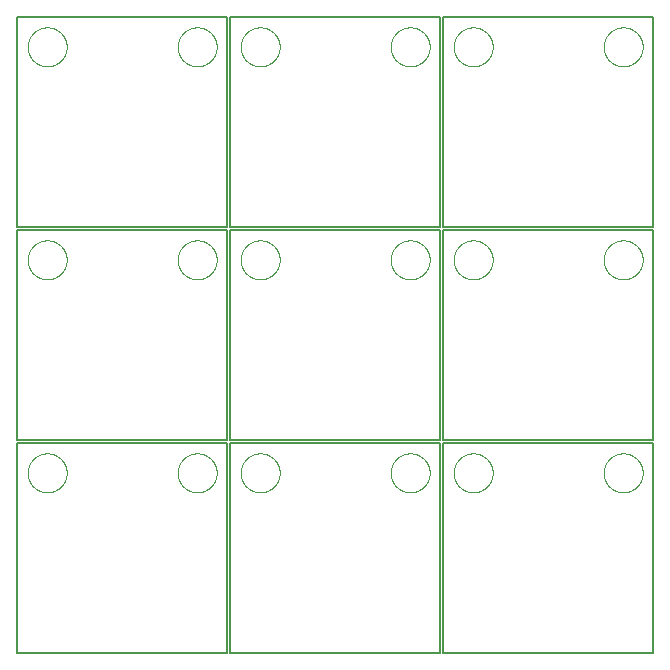
<source format=gko>
G75*
%MOIN*%
%OFA0B0*%
%FSLAX25Y25*%
%IPPOS*%
%LPD*%
%AMOC8*
5,1,8,0,0,1.08239X$1,22.5*
%
%ADD10C,0.00800*%
%ADD11C,0.00000*%
D10*
X0002250Y0005060D02*
X0072250Y0005060D01*
X0072250Y0075060D01*
X0002250Y0075060D01*
X0002250Y0005060D01*
X0002250Y0076060D02*
X0072250Y0076060D01*
X0072250Y0146060D01*
X0002250Y0146060D01*
X0002250Y0076060D01*
X0002250Y0147060D02*
X0072250Y0147060D01*
X0072250Y0217060D01*
X0002250Y0217060D01*
X0002250Y0147060D01*
X0073250Y0147060D02*
X0073250Y0217060D01*
X0143250Y0217060D01*
X0143250Y0147060D01*
X0073250Y0147060D01*
X0073250Y0146060D02*
X0143250Y0146060D01*
X0143250Y0076060D01*
X0073250Y0076060D01*
X0073250Y0146060D01*
X0073250Y0075060D02*
X0143250Y0075060D01*
X0143250Y0005060D01*
X0073250Y0005060D01*
X0073250Y0075060D01*
X0144250Y0075060D02*
X0144250Y0005060D01*
X0214250Y0005060D01*
X0214250Y0075060D01*
X0144250Y0075060D01*
X0144250Y0076060D02*
X0214250Y0076060D01*
X0214250Y0146060D01*
X0144250Y0146060D01*
X0144250Y0076060D01*
X0144250Y0147060D02*
X0214250Y0147060D01*
X0214250Y0217060D01*
X0144250Y0217060D01*
X0144250Y0147060D01*
D11*
X0147750Y0136060D02*
X0147752Y0136221D01*
X0147758Y0136381D01*
X0147768Y0136542D01*
X0147782Y0136702D01*
X0147800Y0136862D01*
X0147821Y0137021D01*
X0147847Y0137180D01*
X0147877Y0137338D01*
X0147910Y0137495D01*
X0147948Y0137652D01*
X0147989Y0137807D01*
X0148034Y0137961D01*
X0148083Y0138114D01*
X0148136Y0138266D01*
X0148192Y0138417D01*
X0148253Y0138566D01*
X0148316Y0138714D01*
X0148384Y0138860D01*
X0148455Y0139004D01*
X0148529Y0139146D01*
X0148607Y0139287D01*
X0148689Y0139425D01*
X0148774Y0139562D01*
X0148862Y0139696D01*
X0148954Y0139828D01*
X0149049Y0139958D01*
X0149147Y0140086D01*
X0149248Y0140211D01*
X0149352Y0140333D01*
X0149459Y0140453D01*
X0149569Y0140570D01*
X0149682Y0140685D01*
X0149798Y0140796D01*
X0149917Y0140905D01*
X0150038Y0141010D01*
X0150162Y0141113D01*
X0150288Y0141213D01*
X0150416Y0141309D01*
X0150547Y0141402D01*
X0150681Y0141492D01*
X0150816Y0141579D01*
X0150954Y0141662D01*
X0151093Y0141742D01*
X0151235Y0141818D01*
X0151378Y0141891D01*
X0151523Y0141960D01*
X0151670Y0142026D01*
X0151818Y0142088D01*
X0151968Y0142146D01*
X0152119Y0142201D01*
X0152272Y0142252D01*
X0152426Y0142299D01*
X0152581Y0142342D01*
X0152737Y0142381D01*
X0152893Y0142417D01*
X0153051Y0142448D01*
X0153209Y0142476D01*
X0153368Y0142500D01*
X0153528Y0142520D01*
X0153688Y0142536D01*
X0153848Y0142548D01*
X0154009Y0142556D01*
X0154170Y0142560D01*
X0154330Y0142560D01*
X0154491Y0142556D01*
X0154652Y0142548D01*
X0154812Y0142536D01*
X0154972Y0142520D01*
X0155132Y0142500D01*
X0155291Y0142476D01*
X0155449Y0142448D01*
X0155607Y0142417D01*
X0155763Y0142381D01*
X0155919Y0142342D01*
X0156074Y0142299D01*
X0156228Y0142252D01*
X0156381Y0142201D01*
X0156532Y0142146D01*
X0156682Y0142088D01*
X0156830Y0142026D01*
X0156977Y0141960D01*
X0157122Y0141891D01*
X0157265Y0141818D01*
X0157407Y0141742D01*
X0157546Y0141662D01*
X0157684Y0141579D01*
X0157819Y0141492D01*
X0157953Y0141402D01*
X0158084Y0141309D01*
X0158212Y0141213D01*
X0158338Y0141113D01*
X0158462Y0141010D01*
X0158583Y0140905D01*
X0158702Y0140796D01*
X0158818Y0140685D01*
X0158931Y0140570D01*
X0159041Y0140453D01*
X0159148Y0140333D01*
X0159252Y0140211D01*
X0159353Y0140086D01*
X0159451Y0139958D01*
X0159546Y0139828D01*
X0159638Y0139696D01*
X0159726Y0139562D01*
X0159811Y0139425D01*
X0159893Y0139287D01*
X0159971Y0139146D01*
X0160045Y0139004D01*
X0160116Y0138860D01*
X0160184Y0138714D01*
X0160247Y0138566D01*
X0160308Y0138417D01*
X0160364Y0138266D01*
X0160417Y0138114D01*
X0160466Y0137961D01*
X0160511Y0137807D01*
X0160552Y0137652D01*
X0160590Y0137495D01*
X0160623Y0137338D01*
X0160653Y0137180D01*
X0160679Y0137021D01*
X0160700Y0136862D01*
X0160718Y0136702D01*
X0160732Y0136542D01*
X0160742Y0136381D01*
X0160748Y0136221D01*
X0160750Y0136060D01*
X0160748Y0135899D01*
X0160742Y0135739D01*
X0160732Y0135578D01*
X0160718Y0135418D01*
X0160700Y0135258D01*
X0160679Y0135099D01*
X0160653Y0134940D01*
X0160623Y0134782D01*
X0160590Y0134625D01*
X0160552Y0134468D01*
X0160511Y0134313D01*
X0160466Y0134159D01*
X0160417Y0134006D01*
X0160364Y0133854D01*
X0160308Y0133703D01*
X0160247Y0133554D01*
X0160184Y0133406D01*
X0160116Y0133260D01*
X0160045Y0133116D01*
X0159971Y0132974D01*
X0159893Y0132833D01*
X0159811Y0132695D01*
X0159726Y0132558D01*
X0159638Y0132424D01*
X0159546Y0132292D01*
X0159451Y0132162D01*
X0159353Y0132034D01*
X0159252Y0131909D01*
X0159148Y0131787D01*
X0159041Y0131667D01*
X0158931Y0131550D01*
X0158818Y0131435D01*
X0158702Y0131324D01*
X0158583Y0131215D01*
X0158462Y0131110D01*
X0158338Y0131007D01*
X0158212Y0130907D01*
X0158084Y0130811D01*
X0157953Y0130718D01*
X0157819Y0130628D01*
X0157684Y0130541D01*
X0157546Y0130458D01*
X0157407Y0130378D01*
X0157265Y0130302D01*
X0157122Y0130229D01*
X0156977Y0130160D01*
X0156830Y0130094D01*
X0156682Y0130032D01*
X0156532Y0129974D01*
X0156381Y0129919D01*
X0156228Y0129868D01*
X0156074Y0129821D01*
X0155919Y0129778D01*
X0155763Y0129739D01*
X0155607Y0129703D01*
X0155449Y0129672D01*
X0155291Y0129644D01*
X0155132Y0129620D01*
X0154972Y0129600D01*
X0154812Y0129584D01*
X0154652Y0129572D01*
X0154491Y0129564D01*
X0154330Y0129560D01*
X0154170Y0129560D01*
X0154009Y0129564D01*
X0153848Y0129572D01*
X0153688Y0129584D01*
X0153528Y0129600D01*
X0153368Y0129620D01*
X0153209Y0129644D01*
X0153051Y0129672D01*
X0152893Y0129703D01*
X0152737Y0129739D01*
X0152581Y0129778D01*
X0152426Y0129821D01*
X0152272Y0129868D01*
X0152119Y0129919D01*
X0151968Y0129974D01*
X0151818Y0130032D01*
X0151670Y0130094D01*
X0151523Y0130160D01*
X0151378Y0130229D01*
X0151235Y0130302D01*
X0151093Y0130378D01*
X0150954Y0130458D01*
X0150816Y0130541D01*
X0150681Y0130628D01*
X0150547Y0130718D01*
X0150416Y0130811D01*
X0150288Y0130907D01*
X0150162Y0131007D01*
X0150038Y0131110D01*
X0149917Y0131215D01*
X0149798Y0131324D01*
X0149682Y0131435D01*
X0149569Y0131550D01*
X0149459Y0131667D01*
X0149352Y0131787D01*
X0149248Y0131909D01*
X0149147Y0132034D01*
X0149049Y0132162D01*
X0148954Y0132292D01*
X0148862Y0132424D01*
X0148774Y0132558D01*
X0148689Y0132695D01*
X0148607Y0132833D01*
X0148529Y0132974D01*
X0148455Y0133116D01*
X0148384Y0133260D01*
X0148316Y0133406D01*
X0148253Y0133554D01*
X0148192Y0133703D01*
X0148136Y0133854D01*
X0148083Y0134006D01*
X0148034Y0134159D01*
X0147989Y0134313D01*
X0147948Y0134468D01*
X0147910Y0134625D01*
X0147877Y0134782D01*
X0147847Y0134940D01*
X0147821Y0135099D01*
X0147800Y0135258D01*
X0147782Y0135418D01*
X0147768Y0135578D01*
X0147758Y0135739D01*
X0147752Y0135899D01*
X0147750Y0136060D01*
X0126750Y0136060D02*
X0126752Y0136221D01*
X0126758Y0136381D01*
X0126768Y0136542D01*
X0126782Y0136702D01*
X0126800Y0136862D01*
X0126821Y0137021D01*
X0126847Y0137180D01*
X0126877Y0137338D01*
X0126910Y0137495D01*
X0126948Y0137652D01*
X0126989Y0137807D01*
X0127034Y0137961D01*
X0127083Y0138114D01*
X0127136Y0138266D01*
X0127192Y0138417D01*
X0127253Y0138566D01*
X0127316Y0138714D01*
X0127384Y0138860D01*
X0127455Y0139004D01*
X0127529Y0139146D01*
X0127607Y0139287D01*
X0127689Y0139425D01*
X0127774Y0139562D01*
X0127862Y0139696D01*
X0127954Y0139828D01*
X0128049Y0139958D01*
X0128147Y0140086D01*
X0128248Y0140211D01*
X0128352Y0140333D01*
X0128459Y0140453D01*
X0128569Y0140570D01*
X0128682Y0140685D01*
X0128798Y0140796D01*
X0128917Y0140905D01*
X0129038Y0141010D01*
X0129162Y0141113D01*
X0129288Y0141213D01*
X0129416Y0141309D01*
X0129547Y0141402D01*
X0129681Y0141492D01*
X0129816Y0141579D01*
X0129954Y0141662D01*
X0130093Y0141742D01*
X0130235Y0141818D01*
X0130378Y0141891D01*
X0130523Y0141960D01*
X0130670Y0142026D01*
X0130818Y0142088D01*
X0130968Y0142146D01*
X0131119Y0142201D01*
X0131272Y0142252D01*
X0131426Y0142299D01*
X0131581Y0142342D01*
X0131737Y0142381D01*
X0131893Y0142417D01*
X0132051Y0142448D01*
X0132209Y0142476D01*
X0132368Y0142500D01*
X0132528Y0142520D01*
X0132688Y0142536D01*
X0132848Y0142548D01*
X0133009Y0142556D01*
X0133170Y0142560D01*
X0133330Y0142560D01*
X0133491Y0142556D01*
X0133652Y0142548D01*
X0133812Y0142536D01*
X0133972Y0142520D01*
X0134132Y0142500D01*
X0134291Y0142476D01*
X0134449Y0142448D01*
X0134607Y0142417D01*
X0134763Y0142381D01*
X0134919Y0142342D01*
X0135074Y0142299D01*
X0135228Y0142252D01*
X0135381Y0142201D01*
X0135532Y0142146D01*
X0135682Y0142088D01*
X0135830Y0142026D01*
X0135977Y0141960D01*
X0136122Y0141891D01*
X0136265Y0141818D01*
X0136407Y0141742D01*
X0136546Y0141662D01*
X0136684Y0141579D01*
X0136819Y0141492D01*
X0136953Y0141402D01*
X0137084Y0141309D01*
X0137212Y0141213D01*
X0137338Y0141113D01*
X0137462Y0141010D01*
X0137583Y0140905D01*
X0137702Y0140796D01*
X0137818Y0140685D01*
X0137931Y0140570D01*
X0138041Y0140453D01*
X0138148Y0140333D01*
X0138252Y0140211D01*
X0138353Y0140086D01*
X0138451Y0139958D01*
X0138546Y0139828D01*
X0138638Y0139696D01*
X0138726Y0139562D01*
X0138811Y0139425D01*
X0138893Y0139287D01*
X0138971Y0139146D01*
X0139045Y0139004D01*
X0139116Y0138860D01*
X0139184Y0138714D01*
X0139247Y0138566D01*
X0139308Y0138417D01*
X0139364Y0138266D01*
X0139417Y0138114D01*
X0139466Y0137961D01*
X0139511Y0137807D01*
X0139552Y0137652D01*
X0139590Y0137495D01*
X0139623Y0137338D01*
X0139653Y0137180D01*
X0139679Y0137021D01*
X0139700Y0136862D01*
X0139718Y0136702D01*
X0139732Y0136542D01*
X0139742Y0136381D01*
X0139748Y0136221D01*
X0139750Y0136060D01*
X0139748Y0135899D01*
X0139742Y0135739D01*
X0139732Y0135578D01*
X0139718Y0135418D01*
X0139700Y0135258D01*
X0139679Y0135099D01*
X0139653Y0134940D01*
X0139623Y0134782D01*
X0139590Y0134625D01*
X0139552Y0134468D01*
X0139511Y0134313D01*
X0139466Y0134159D01*
X0139417Y0134006D01*
X0139364Y0133854D01*
X0139308Y0133703D01*
X0139247Y0133554D01*
X0139184Y0133406D01*
X0139116Y0133260D01*
X0139045Y0133116D01*
X0138971Y0132974D01*
X0138893Y0132833D01*
X0138811Y0132695D01*
X0138726Y0132558D01*
X0138638Y0132424D01*
X0138546Y0132292D01*
X0138451Y0132162D01*
X0138353Y0132034D01*
X0138252Y0131909D01*
X0138148Y0131787D01*
X0138041Y0131667D01*
X0137931Y0131550D01*
X0137818Y0131435D01*
X0137702Y0131324D01*
X0137583Y0131215D01*
X0137462Y0131110D01*
X0137338Y0131007D01*
X0137212Y0130907D01*
X0137084Y0130811D01*
X0136953Y0130718D01*
X0136819Y0130628D01*
X0136684Y0130541D01*
X0136546Y0130458D01*
X0136407Y0130378D01*
X0136265Y0130302D01*
X0136122Y0130229D01*
X0135977Y0130160D01*
X0135830Y0130094D01*
X0135682Y0130032D01*
X0135532Y0129974D01*
X0135381Y0129919D01*
X0135228Y0129868D01*
X0135074Y0129821D01*
X0134919Y0129778D01*
X0134763Y0129739D01*
X0134607Y0129703D01*
X0134449Y0129672D01*
X0134291Y0129644D01*
X0134132Y0129620D01*
X0133972Y0129600D01*
X0133812Y0129584D01*
X0133652Y0129572D01*
X0133491Y0129564D01*
X0133330Y0129560D01*
X0133170Y0129560D01*
X0133009Y0129564D01*
X0132848Y0129572D01*
X0132688Y0129584D01*
X0132528Y0129600D01*
X0132368Y0129620D01*
X0132209Y0129644D01*
X0132051Y0129672D01*
X0131893Y0129703D01*
X0131737Y0129739D01*
X0131581Y0129778D01*
X0131426Y0129821D01*
X0131272Y0129868D01*
X0131119Y0129919D01*
X0130968Y0129974D01*
X0130818Y0130032D01*
X0130670Y0130094D01*
X0130523Y0130160D01*
X0130378Y0130229D01*
X0130235Y0130302D01*
X0130093Y0130378D01*
X0129954Y0130458D01*
X0129816Y0130541D01*
X0129681Y0130628D01*
X0129547Y0130718D01*
X0129416Y0130811D01*
X0129288Y0130907D01*
X0129162Y0131007D01*
X0129038Y0131110D01*
X0128917Y0131215D01*
X0128798Y0131324D01*
X0128682Y0131435D01*
X0128569Y0131550D01*
X0128459Y0131667D01*
X0128352Y0131787D01*
X0128248Y0131909D01*
X0128147Y0132034D01*
X0128049Y0132162D01*
X0127954Y0132292D01*
X0127862Y0132424D01*
X0127774Y0132558D01*
X0127689Y0132695D01*
X0127607Y0132833D01*
X0127529Y0132974D01*
X0127455Y0133116D01*
X0127384Y0133260D01*
X0127316Y0133406D01*
X0127253Y0133554D01*
X0127192Y0133703D01*
X0127136Y0133854D01*
X0127083Y0134006D01*
X0127034Y0134159D01*
X0126989Y0134313D01*
X0126948Y0134468D01*
X0126910Y0134625D01*
X0126877Y0134782D01*
X0126847Y0134940D01*
X0126821Y0135099D01*
X0126800Y0135258D01*
X0126782Y0135418D01*
X0126768Y0135578D01*
X0126758Y0135739D01*
X0126752Y0135899D01*
X0126750Y0136060D01*
X0076750Y0136060D02*
X0076752Y0136221D01*
X0076758Y0136381D01*
X0076768Y0136542D01*
X0076782Y0136702D01*
X0076800Y0136862D01*
X0076821Y0137021D01*
X0076847Y0137180D01*
X0076877Y0137338D01*
X0076910Y0137495D01*
X0076948Y0137652D01*
X0076989Y0137807D01*
X0077034Y0137961D01*
X0077083Y0138114D01*
X0077136Y0138266D01*
X0077192Y0138417D01*
X0077253Y0138566D01*
X0077316Y0138714D01*
X0077384Y0138860D01*
X0077455Y0139004D01*
X0077529Y0139146D01*
X0077607Y0139287D01*
X0077689Y0139425D01*
X0077774Y0139562D01*
X0077862Y0139696D01*
X0077954Y0139828D01*
X0078049Y0139958D01*
X0078147Y0140086D01*
X0078248Y0140211D01*
X0078352Y0140333D01*
X0078459Y0140453D01*
X0078569Y0140570D01*
X0078682Y0140685D01*
X0078798Y0140796D01*
X0078917Y0140905D01*
X0079038Y0141010D01*
X0079162Y0141113D01*
X0079288Y0141213D01*
X0079416Y0141309D01*
X0079547Y0141402D01*
X0079681Y0141492D01*
X0079816Y0141579D01*
X0079954Y0141662D01*
X0080093Y0141742D01*
X0080235Y0141818D01*
X0080378Y0141891D01*
X0080523Y0141960D01*
X0080670Y0142026D01*
X0080818Y0142088D01*
X0080968Y0142146D01*
X0081119Y0142201D01*
X0081272Y0142252D01*
X0081426Y0142299D01*
X0081581Y0142342D01*
X0081737Y0142381D01*
X0081893Y0142417D01*
X0082051Y0142448D01*
X0082209Y0142476D01*
X0082368Y0142500D01*
X0082528Y0142520D01*
X0082688Y0142536D01*
X0082848Y0142548D01*
X0083009Y0142556D01*
X0083170Y0142560D01*
X0083330Y0142560D01*
X0083491Y0142556D01*
X0083652Y0142548D01*
X0083812Y0142536D01*
X0083972Y0142520D01*
X0084132Y0142500D01*
X0084291Y0142476D01*
X0084449Y0142448D01*
X0084607Y0142417D01*
X0084763Y0142381D01*
X0084919Y0142342D01*
X0085074Y0142299D01*
X0085228Y0142252D01*
X0085381Y0142201D01*
X0085532Y0142146D01*
X0085682Y0142088D01*
X0085830Y0142026D01*
X0085977Y0141960D01*
X0086122Y0141891D01*
X0086265Y0141818D01*
X0086407Y0141742D01*
X0086546Y0141662D01*
X0086684Y0141579D01*
X0086819Y0141492D01*
X0086953Y0141402D01*
X0087084Y0141309D01*
X0087212Y0141213D01*
X0087338Y0141113D01*
X0087462Y0141010D01*
X0087583Y0140905D01*
X0087702Y0140796D01*
X0087818Y0140685D01*
X0087931Y0140570D01*
X0088041Y0140453D01*
X0088148Y0140333D01*
X0088252Y0140211D01*
X0088353Y0140086D01*
X0088451Y0139958D01*
X0088546Y0139828D01*
X0088638Y0139696D01*
X0088726Y0139562D01*
X0088811Y0139425D01*
X0088893Y0139287D01*
X0088971Y0139146D01*
X0089045Y0139004D01*
X0089116Y0138860D01*
X0089184Y0138714D01*
X0089247Y0138566D01*
X0089308Y0138417D01*
X0089364Y0138266D01*
X0089417Y0138114D01*
X0089466Y0137961D01*
X0089511Y0137807D01*
X0089552Y0137652D01*
X0089590Y0137495D01*
X0089623Y0137338D01*
X0089653Y0137180D01*
X0089679Y0137021D01*
X0089700Y0136862D01*
X0089718Y0136702D01*
X0089732Y0136542D01*
X0089742Y0136381D01*
X0089748Y0136221D01*
X0089750Y0136060D01*
X0089748Y0135899D01*
X0089742Y0135739D01*
X0089732Y0135578D01*
X0089718Y0135418D01*
X0089700Y0135258D01*
X0089679Y0135099D01*
X0089653Y0134940D01*
X0089623Y0134782D01*
X0089590Y0134625D01*
X0089552Y0134468D01*
X0089511Y0134313D01*
X0089466Y0134159D01*
X0089417Y0134006D01*
X0089364Y0133854D01*
X0089308Y0133703D01*
X0089247Y0133554D01*
X0089184Y0133406D01*
X0089116Y0133260D01*
X0089045Y0133116D01*
X0088971Y0132974D01*
X0088893Y0132833D01*
X0088811Y0132695D01*
X0088726Y0132558D01*
X0088638Y0132424D01*
X0088546Y0132292D01*
X0088451Y0132162D01*
X0088353Y0132034D01*
X0088252Y0131909D01*
X0088148Y0131787D01*
X0088041Y0131667D01*
X0087931Y0131550D01*
X0087818Y0131435D01*
X0087702Y0131324D01*
X0087583Y0131215D01*
X0087462Y0131110D01*
X0087338Y0131007D01*
X0087212Y0130907D01*
X0087084Y0130811D01*
X0086953Y0130718D01*
X0086819Y0130628D01*
X0086684Y0130541D01*
X0086546Y0130458D01*
X0086407Y0130378D01*
X0086265Y0130302D01*
X0086122Y0130229D01*
X0085977Y0130160D01*
X0085830Y0130094D01*
X0085682Y0130032D01*
X0085532Y0129974D01*
X0085381Y0129919D01*
X0085228Y0129868D01*
X0085074Y0129821D01*
X0084919Y0129778D01*
X0084763Y0129739D01*
X0084607Y0129703D01*
X0084449Y0129672D01*
X0084291Y0129644D01*
X0084132Y0129620D01*
X0083972Y0129600D01*
X0083812Y0129584D01*
X0083652Y0129572D01*
X0083491Y0129564D01*
X0083330Y0129560D01*
X0083170Y0129560D01*
X0083009Y0129564D01*
X0082848Y0129572D01*
X0082688Y0129584D01*
X0082528Y0129600D01*
X0082368Y0129620D01*
X0082209Y0129644D01*
X0082051Y0129672D01*
X0081893Y0129703D01*
X0081737Y0129739D01*
X0081581Y0129778D01*
X0081426Y0129821D01*
X0081272Y0129868D01*
X0081119Y0129919D01*
X0080968Y0129974D01*
X0080818Y0130032D01*
X0080670Y0130094D01*
X0080523Y0130160D01*
X0080378Y0130229D01*
X0080235Y0130302D01*
X0080093Y0130378D01*
X0079954Y0130458D01*
X0079816Y0130541D01*
X0079681Y0130628D01*
X0079547Y0130718D01*
X0079416Y0130811D01*
X0079288Y0130907D01*
X0079162Y0131007D01*
X0079038Y0131110D01*
X0078917Y0131215D01*
X0078798Y0131324D01*
X0078682Y0131435D01*
X0078569Y0131550D01*
X0078459Y0131667D01*
X0078352Y0131787D01*
X0078248Y0131909D01*
X0078147Y0132034D01*
X0078049Y0132162D01*
X0077954Y0132292D01*
X0077862Y0132424D01*
X0077774Y0132558D01*
X0077689Y0132695D01*
X0077607Y0132833D01*
X0077529Y0132974D01*
X0077455Y0133116D01*
X0077384Y0133260D01*
X0077316Y0133406D01*
X0077253Y0133554D01*
X0077192Y0133703D01*
X0077136Y0133854D01*
X0077083Y0134006D01*
X0077034Y0134159D01*
X0076989Y0134313D01*
X0076948Y0134468D01*
X0076910Y0134625D01*
X0076877Y0134782D01*
X0076847Y0134940D01*
X0076821Y0135099D01*
X0076800Y0135258D01*
X0076782Y0135418D01*
X0076768Y0135578D01*
X0076758Y0135739D01*
X0076752Y0135899D01*
X0076750Y0136060D01*
X0055750Y0136060D02*
X0055752Y0136221D01*
X0055758Y0136381D01*
X0055768Y0136542D01*
X0055782Y0136702D01*
X0055800Y0136862D01*
X0055821Y0137021D01*
X0055847Y0137180D01*
X0055877Y0137338D01*
X0055910Y0137495D01*
X0055948Y0137652D01*
X0055989Y0137807D01*
X0056034Y0137961D01*
X0056083Y0138114D01*
X0056136Y0138266D01*
X0056192Y0138417D01*
X0056253Y0138566D01*
X0056316Y0138714D01*
X0056384Y0138860D01*
X0056455Y0139004D01*
X0056529Y0139146D01*
X0056607Y0139287D01*
X0056689Y0139425D01*
X0056774Y0139562D01*
X0056862Y0139696D01*
X0056954Y0139828D01*
X0057049Y0139958D01*
X0057147Y0140086D01*
X0057248Y0140211D01*
X0057352Y0140333D01*
X0057459Y0140453D01*
X0057569Y0140570D01*
X0057682Y0140685D01*
X0057798Y0140796D01*
X0057917Y0140905D01*
X0058038Y0141010D01*
X0058162Y0141113D01*
X0058288Y0141213D01*
X0058416Y0141309D01*
X0058547Y0141402D01*
X0058681Y0141492D01*
X0058816Y0141579D01*
X0058954Y0141662D01*
X0059093Y0141742D01*
X0059235Y0141818D01*
X0059378Y0141891D01*
X0059523Y0141960D01*
X0059670Y0142026D01*
X0059818Y0142088D01*
X0059968Y0142146D01*
X0060119Y0142201D01*
X0060272Y0142252D01*
X0060426Y0142299D01*
X0060581Y0142342D01*
X0060737Y0142381D01*
X0060893Y0142417D01*
X0061051Y0142448D01*
X0061209Y0142476D01*
X0061368Y0142500D01*
X0061528Y0142520D01*
X0061688Y0142536D01*
X0061848Y0142548D01*
X0062009Y0142556D01*
X0062170Y0142560D01*
X0062330Y0142560D01*
X0062491Y0142556D01*
X0062652Y0142548D01*
X0062812Y0142536D01*
X0062972Y0142520D01*
X0063132Y0142500D01*
X0063291Y0142476D01*
X0063449Y0142448D01*
X0063607Y0142417D01*
X0063763Y0142381D01*
X0063919Y0142342D01*
X0064074Y0142299D01*
X0064228Y0142252D01*
X0064381Y0142201D01*
X0064532Y0142146D01*
X0064682Y0142088D01*
X0064830Y0142026D01*
X0064977Y0141960D01*
X0065122Y0141891D01*
X0065265Y0141818D01*
X0065407Y0141742D01*
X0065546Y0141662D01*
X0065684Y0141579D01*
X0065819Y0141492D01*
X0065953Y0141402D01*
X0066084Y0141309D01*
X0066212Y0141213D01*
X0066338Y0141113D01*
X0066462Y0141010D01*
X0066583Y0140905D01*
X0066702Y0140796D01*
X0066818Y0140685D01*
X0066931Y0140570D01*
X0067041Y0140453D01*
X0067148Y0140333D01*
X0067252Y0140211D01*
X0067353Y0140086D01*
X0067451Y0139958D01*
X0067546Y0139828D01*
X0067638Y0139696D01*
X0067726Y0139562D01*
X0067811Y0139425D01*
X0067893Y0139287D01*
X0067971Y0139146D01*
X0068045Y0139004D01*
X0068116Y0138860D01*
X0068184Y0138714D01*
X0068247Y0138566D01*
X0068308Y0138417D01*
X0068364Y0138266D01*
X0068417Y0138114D01*
X0068466Y0137961D01*
X0068511Y0137807D01*
X0068552Y0137652D01*
X0068590Y0137495D01*
X0068623Y0137338D01*
X0068653Y0137180D01*
X0068679Y0137021D01*
X0068700Y0136862D01*
X0068718Y0136702D01*
X0068732Y0136542D01*
X0068742Y0136381D01*
X0068748Y0136221D01*
X0068750Y0136060D01*
X0068748Y0135899D01*
X0068742Y0135739D01*
X0068732Y0135578D01*
X0068718Y0135418D01*
X0068700Y0135258D01*
X0068679Y0135099D01*
X0068653Y0134940D01*
X0068623Y0134782D01*
X0068590Y0134625D01*
X0068552Y0134468D01*
X0068511Y0134313D01*
X0068466Y0134159D01*
X0068417Y0134006D01*
X0068364Y0133854D01*
X0068308Y0133703D01*
X0068247Y0133554D01*
X0068184Y0133406D01*
X0068116Y0133260D01*
X0068045Y0133116D01*
X0067971Y0132974D01*
X0067893Y0132833D01*
X0067811Y0132695D01*
X0067726Y0132558D01*
X0067638Y0132424D01*
X0067546Y0132292D01*
X0067451Y0132162D01*
X0067353Y0132034D01*
X0067252Y0131909D01*
X0067148Y0131787D01*
X0067041Y0131667D01*
X0066931Y0131550D01*
X0066818Y0131435D01*
X0066702Y0131324D01*
X0066583Y0131215D01*
X0066462Y0131110D01*
X0066338Y0131007D01*
X0066212Y0130907D01*
X0066084Y0130811D01*
X0065953Y0130718D01*
X0065819Y0130628D01*
X0065684Y0130541D01*
X0065546Y0130458D01*
X0065407Y0130378D01*
X0065265Y0130302D01*
X0065122Y0130229D01*
X0064977Y0130160D01*
X0064830Y0130094D01*
X0064682Y0130032D01*
X0064532Y0129974D01*
X0064381Y0129919D01*
X0064228Y0129868D01*
X0064074Y0129821D01*
X0063919Y0129778D01*
X0063763Y0129739D01*
X0063607Y0129703D01*
X0063449Y0129672D01*
X0063291Y0129644D01*
X0063132Y0129620D01*
X0062972Y0129600D01*
X0062812Y0129584D01*
X0062652Y0129572D01*
X0062491Y0129564D01*
X0062330Y0129560D01*
X0062170Y0129560D01*
X0062009Y0129564D01*
X0061848Y0129572D01*
X0061688Y0129584D01*
X0061528Y0129600D01*
X0061368Y0129620D01*
X0061209Y0129644D01*
X0061051Y0129672D01*
X0060893Y0129703D01*
X0060737Y0129739D01*
X0060581Y0129778D01*
X0060426Y0129821D01*
X0060272Y0129868D01*
X0060119Y0129919D01*
X0059968Y0129974D01*
X0059818Y0130032D01*
X0059670Y0130094D01*
X0059523Y0130160D01*
X0059378Y0130229D01*
X0059235Y0130302D01*
X0059093Y0130378D01*
X0058954Y0130458D01*
X0058816Y0130541D01*
X0058681Y0130628D01*
X0058547Y0130718D01*
X0058416Y0130811D01*
X0058288Y0130907D01*
X0058162Y0131007D01*
X0058038Y0131110D01*
X0057917Y0131215D01*
X0057798Y0131324D01*
X0057682Y0131435D01*
X0057569Y0131550D01*
X0057459Y0131667D01*
X0057352Y0131787D01*
X0057248Y0131909D01*
X0057147Y0132034D01*
X0057049Y0132162D01*
X0056954Y0132292D01*
X0056862Y0132424D01*
X0056774Y0132558D01*
X0056689Y0132695D01*
X0056607Y0132833D01*
X0056529Y0132974D01*
X0056455Y0133116D01*
X0056384Y0133260D01*
X0056316Y0133406D01*
X0056253Y0133554D01*
X0056192Y0133703D01*
X0056136Y0133854D01*
X0056083Y0134006D01*
X0056034Y0134159D01*
X0055989Y0134313D01*
X0055948Y0134468D01*
X0055910Y0134625D01*
X0055877Y0134782D01*
X0055847Y0134940D01*
X0055821Y0135099D01*
X0055800Y0135258D01*
X0055782Y0135418D01*
X0055768Y0135578D01*
X0055758Y0135739D01*
X0055752Y0135899D01*
X0055750Y0136060D01*
X0005750Y0136060D02*
X0005752Y0136221D01*
X0005758Y0136381D01*
X0005768Y0136542D01*
X0005782Y0136702D01*
X0005800Y0136862D01*
X0005821Y0137021D01*
X0005847Y0137180D01*
X0005877Y0137338D01*
X0005910Y0137495D01*
X0005948Y0137652D01*
X0005989Y0137807D01*
X0006034Y0137961D01*
X0006083Y0138114D01*
X0006136Y0138266D01*
X0006192Y0138417D01*
X0006253Y0138566D01*
X0006316Y0138714D01*
X0006384Y0138860D01*
X0006455Y0139004D01*
X0006529Y0139146D01*
X0006607Y0139287D01*
X0006689Y0139425D01*
X0006774Y0139562D01*
X0006862Y0139696D01*
X0006954Y0139828D01*
X0007049Y0139958D01*
X0007147Y0140086D01*
X0007248Y0140211D01*
X0007352Y0140333D01*
X0007459Y0140453D01*
X0007569Y0140570D01*
X0007682Y0140685D01*
X0007798Y0140796D01*
X0007917Y0140905D01*
X0008038Y0141010D01*
X0008162Y0141113D01*
X0008288Y0141213D01*
X0008416Y0141309D01*
X0008547Y0141402D01*
X0008681Y0141492D01*
X0008816Y0141579D01*
X0008954Y0141662D01*
X0009093Y0141742D01*
X0009235Y0141818D01*
X0009378Y0141891D01*
X0009523Y0141960D01*
X0009670Y0142026D01*
X0009818Y0142088D01*
X0009968Y0142146D01*
X0010119Y0142201D01*
X0010272Y0142252D01*
X0010426Y0142299D01*
X0010581Y0142342D01*
X0010737Y0142381D01*
X0010893Y0142417D01*
X0011051Y0142448D01*
X0011209Y0142476D01*
X0011368Y0142500D01*
X0011528Y0142520D01*
X0011688Y0142536D01*
X0011848Y0142548D01*
X0012009Y0142556D01*
X0012170Y0142560D01*
X0012330Y0142560D01*
X0012491Y0142556D01*
X0012652Y0142548D01*
X0012812Y0142536D01*
X0012972Y0142520D01*
X0013132Y0142500D01*
X0013291Y0142476D01*
X0013449Y0142448D01*
X0013607Y0142417D01*
X0013763Y0142381D01*
X0013919Y0142342D01*
X0014074Y0142299D01*
X0014228Y0142252D01*
X0014381Y0142201D01*
X0014532Y0142146D01*
X0014682Y0142088D01*
X0014830Y0142026D01*
X0014977Y0141960D01*
X0015122Y0141891D01*
X0015265Y0141818D01*
X0015407Y0141742D01*
X0015546Y0141662D01*
X0015684Y0141579D01*
X0015819Y0141492D01*
X0015953Y0141402D01*
X0016084Y0141309D01*
X0016212Y0141213D01*
X0016338Y0141113D01*
X0016462Y0141010D01*
X0016583Y0140905D01*
X0016702Y0140796D01*
X0016818Y0140685D01*
X0016931Y0140570D01*
X0017041Y0140453D01*
X0017148Y0140333D01*
X0017252Y0140211D01*
X0017353Y0140086D01*
X0017451Y0139958D01*
X0017546Y0139828D01*
X0017638Y0139696D01*
X0017726Y0139562D01*
X0017811Y0139425D01*
X0017893Y0139287D01*
X0017971Y0139146D01*
X0018045Y0139004D01*
X0018116Y0138860D01*
X0018184Y0138714D01*
X0018247Y0138566D01*
X0018308Y0138417D01*
X0018364Y0138266D01*
X0018417Y0138114D01*
X0018466Y0137961D01*
X0018511Y0137807D01*
X0018552Y0137652D01*
X0018590Y0137495D01*
X0018623Y0137338D01*
X0018653Y0137180D01*
X0018679Y0137021D01*
X0018700Y0136862D01*
X0018718Y0136702D01*
X0018732Y0136542D01*
X0018742Y0136381D01*
X0018748Y0136221D01*
X0018750Y0136060D01*
X0018748Y0135899D01*
X0018742Y0135739D01*
X0018732Y0135578D01*
X0018718Y0135418D01*
X0018700Y0135258D01*
X0018679Y0135099D01*
X0018653Y0134940D01*
X0018623Y0134782D01*
X0018590Y0134625D01*
X0018552Y0134468D01*
X0018511Y0134313D01*
X0018466Y0134159D01*
X0018417Y0134006D01*
X0018364Y0133854D01*
X0018308Y0133703D01*
X0018247Y0133554D01*
X0018184Y0133406D01*
X0018116Y0133260D01*
X0018045Y0133116D01*
X0017971Y0132974D01*
X0017893Y0132833D01*
X0017811Y0132695D01*
X0017726Y0132558D01*
X0017638Y0132424D01*
X0017546Y0132292D01*
X0017451Y0132162D01*
X0017353Y0132034D01*
X0017252Y0131909D01*
X0017148Y0131787D01*
X0017041Y0131667D01*
X0016931Y0131550D01*
X0016818Y0131435D01*
X0016702Y0131324D01*
X0016583Y0131215D01*
X0016462Y0131110D01*
X0016338Y0131007D01*
X0016212Y0130907D01*
X0016084Y0130811D01*
X0015953Y0130718D01*
X0015819Y0130628D01*
X0015684Y0130541D01*
X0015546Y0130458D01*
X0015407Y0130378D01*
X0015265Y0130302D01*
X0015122Y0130229D01*
X0014977Y0130160D01*
X0014830Y0130094D01*
X0014682Y0130032D01*
X0014532Y0129974D01*
X0014381Y0129919D01*
X0014228Y0129868D01*
X0014074Y0129821D01*
X0013919Y0129778D01*
X0013763Y0129739D01*
X0013607Y0129703D01*
X0013449Y0129672D01*
X0013291Y0129644D01*
X0013132Y0129620D01*
X0012972Y0129600D01*
X0012812Y0129584D01*
X0012652Y0129572D01*
X0012491Y0129564D01*
X0012330Y0129560D01*
X0012170Y0129560D01*
X0012009Y0129564D01*
X0011848Y0129572D01*
X0011688Y0129584D01*
X0011528Y0129600D01*
X0011368Y0129620D01*
X0011209Y0129644D01*
X0011051Y0129672D01*
X0010893Y0129703D01*
X0010737Y0129739D01*
X0010581Y0129778D01*
X0010426Y0129821D01*
X0010272Y0129868D01*
X0010119Y0129919D01*
X0009968Y0129974D01*
X0009818Y0130032D01*
X0009670Y0130094D01*
X0009523Y0130160D01*
X0009378Y0130229D01*
X0009235Y0130302D01*
X0009093Y0130378D01*
X0008954Y0130458D01*
X0008816Y0130541D01*
X0008681Y0130628D01*
X0008547Y0130718D01*
X0008416Y0130811D01*
X0008288Y0130907D01*
X0008162Y0131007D01*
X0008038Y0131110D01*
X0007917Y0131215D01*
X0007798Y0131324D01*
X0007682Y0131435D01*
X0007569Y0131550D01*
X0007459Y0131667D01*
X0007352Y0131787D01*
X0007248Y0131909D01*
X0007147Y0132034D01*
X0007049Y0132162D01*
X0006954Y0132292D01*
X0006862Y0132424D01*
X0006774Y0132558D01*
X0006689Y0132695D01*
X0006607Y0132833D01*
X0006529Y0132974D01*
X0006455Y0133116D01*
X0006384Y0133260D01*
X0006316Y0133406D01*
X0006253Y0133554D01*
X0006192Y0133703D01*
X0006136Y0133854D01*
X0006083Y0134006D01*
X0006034Y0134159D01*
X0005989Y0134313D01*
X0005948Y0134468D01*
X0005910Y0134625D01*
X0005877Y0134782D01*
X0005847Y0134940D01*
X0005821Y0135099D01*
X0005800Y0135258D01*
X0005782Y0135418D01*
X0005768Y0135578D01*
X0005758Y0135739D01*
X0005752Y0135899D01*
X0005750Y0136060D01*
X0005750Y0065060D02*
X0005752Y0065221D01*
X0005758Y0065381D01*
X0005768Y0065542D01*
X0005782Y0065702D01*
X0005800Y0065862D01*
X0005821Y0066021D01*
X0005847Y0066180D01*
X0005877Y0066338D01*
X0005910Y0066495D01*
X0005948Y0066652D01*
X0005989Y0066807D01*
X0006034Y0066961D01*
X0006083Y0067114D01*
X0006136Y0067266D01*
X0006192Y0067417D01*
X0006253Y0067566D01*
X0006316Y0067714D01*
X0006384Y0067860D01*
X0006455Y0068004D01*
X0006529Y0068146D01*
X0006607Y0068287D01*
X0006689Y0068425D01*
X0006774Y0068562D01*
X0006862Y0068696D01*
X0006954Y0068828D01*
X0007049Y0068958D01*
X0007147Y0069086D01*
X0007248Y0069211D01*
X0007352Y0069333D01*
X0007459Y0069453D01*
X0007569Y0069570D01*
X0007682Y0069685D01*
X0007798Y0069796D01*
X0007917Y0069905D01*
X0008038Y0070010D01*
X0008162Y0070113D01*
X0008288Y0070213D01*
X0008416Y0070309D01*
X0008547Y0070402D01*
X0008681Y0070492D01*
X0008816Y0070579D01*
X0008954Y0070662D01*
X0009093Y0070742D01*
X0009235Y0070818D01*
X0009378Y0070891D01*
X0009523Y0070960D01*
X0009670Y0071026D01*
X0009818Y0071088D01*
X0009968Y0071146D01*
X0010119Y0071201D01*
X0010272Y0071252D01*
X0010426Y0071299D01*
X0010581Y0071342D01*
X0010737Y0071381D01*
X0010893Y0071417D01*
X0011051Y0071448D01*
X0011209Y0071476D01*
X0011368Y0071500D01*
X0011528Y0071520D01*
X0011688Y0071536D01*
X0011848Y0071548D01*
X0012009Y0071556D01*
X0012170Y0071560D01*
X0012330Y0071560D01*
X0012491Y0071556D01*
X0012652Y0071548D01*
X0012812Y0071536D01*
X0012972Y0071520D01*
X0013132Y0071500D01*
X0013291Y0071476D01*
X0013449Y0071448D01*
X0013607Y0071417D01*
X0013763Y0071381D01*
X0013919Y0071342D01*
X0014074Y0071299D01*
X0014228Y0071252D01*
X0014381Y0071201D01*
X0014532Y0071146D01*
X0014682Y0071088D01*
X0014830Y0071026D01*
X0014977Y0070960D01*
X0015122Y0070891D01*
X0015265Y0070818D01*
X0015407Y0070742D01*
X0015546Y0070662D01*
X0015684Y0070579D01*
X0015819Y0070492D01*
X0015953Y0070402D01*
X0016084Y0070309D01*
X0016212Y0070213D01*
X0016338Y0070113D01*
X0016462Y0070010D01*
X0016583Y0069905D01*
X0016702Y0069796D01*
X0016818Y0069685D01*
X0016931Y0069570D01*
X0017041Y0069453D01*
X0017148Y0069333D01*
X0017252Y0069211D01*
X0017353Y0069086D01*
X0017451Y0068958D01*
X0017546Y0068828D01*
X0017638Y0068696D01*
X0017726Y0068562D01*
X0017811Y0068425D01*
X0017893Y0068287D01*
X0017971Y0068146D01*
X0018045Y0068004D01*
X0018116Y0067860D01*
X0018184Y0067714D01*
X0018247Y0067566D01*
X0018308Y0067417D01*
X0018364Y0067266D01*
X0018417Y0067114D01*
X0018466Y0066961D01*
X0018511Y0066807D01*
X0018552Y0066652D01*
X0018590Y0066495D01*
X0018623Y0066338D01*
X0018653Y0066180D01*
X0018679Y0066021D01*
X0018700Y0065862D01*
X0018718Y0065702D01*
X0018732Y0065542D01*
X0018742Y0065381D01*
X0018748Y0065221D01*
X0018750Y0065060D01*
X0018748Y0064899D01*
X0018742Y0064739D01*
X0018732Y0064578D01*
X0018718Y0064418D01*
X0018700Y0064258D01*
X0018679Y0064099D01*
X0018653Y0063940D01*
X0018623Y0063782D01*
X0018590Y0063625D01*
X0018552Y0063468D01*
X0018511Y0063313D01*
X0018466Y0063159D01*
X0018417Y0063006D01*
X0018364Y0062854D01*
X0018308Y0062703D01*
X0018247Y0062554D01*
X0018184Y0062406D01*
X0018116Y0062260D01*
X0018045Y0062116D01*
X0017971Y0061974D01*
X0017893Y0061833D01*
X0017811Y0061695D01*
X0017726Y0061558D01*
X0017638Y0061424D01*
X0017546Y0061292D01*
X0017451Y0061162D01*
X0017353Y0061034D01*
X0017252Y0060909D01*
X0017148Y0060787D01*
X0017041Y0060667D01*
X0016931Y0060550D01*
X0016818Y0060435D01*
X0016702Y0060324D01*
X0016583Y0060215D01*
X0016462Y0060110D01*
X0016338Y0060007D01*
X0016212Y0059907D01*
X0016084Y0059811D01*
X0015953Y0059718D01*
X0015819Y0059628D01*
X0015684Y0059541D01*
X0015546Y0059458D01*
X0015407Y0059378D01*
X0015265Y0059302D01*
X0015122Y0059229D01*
X0014977Y0059160D01*
X0014830Y0059094D01*
X0014682Y0059032D01*
X0014532Y0058974D01*
X0014381Y0058919D01*
X0014228Y0058868D01*
X0014074Y0058821D01*
X0013919Y0058778D01*
X0013763Y0058739D01*
X0013607Y0058703D01*
X0013449Y0058672D01*
X0013291Y0058644D01*
X0013132Y0058620D01*
X0012972Y0058600D01*
X0012812Y0058584D01*
X0012652Y0058572D01*
X0012491Y0058564D01*
X0012330Y0058560D01*
X0012170Y0058560D01*
X0012009Y0058564D01*
X0011848Y0058572D01*
X0011688Y0058584D01*
X0011528Y0058600D01*
X0011368Y0058620D01*
X0011209Y0058644D01*
X0011051Y0058672D01*
X0010893Y0058703D01*
X0010737Y0058739D01*
X0010581Y0058778D01*
X0010426Y0058821D01*
X0010272Y0058868D01*
X0010119Y0058919D01*
X0009968Y0058974D01*
X0009818Y0059032D01*
X0009670Y0059094D01*
X0009523Y0059160D01*
X0009378Y0059229D01*
X0009235Y0059302D01*
X0009093Y0059378D01*
X0008954Y0059458D01*
X0008816Y0059541D01*
X0008681Y0059628D01*
X0008547Y0059718D01*
X0008416Y0059811D01*
X0008288Y0059907D01*
X0008162Y0060007D01*
X0008038Y0060110D01*
X0007917Y0060215D01*
X0007798Y0060324D01*
X0007682Y0060435D01*
X0007569Y0060550D01*
X0007459Y0060667D01*
X0007352Y0060787D01*
X0007248Y0060909D01*
X0007147Y0061034D01*
X0007049Y0061162D01*
X0006954Y0061292D01*
X0006862Y0061424D01*
X0006774Y0061558D01*
X0006689Y0061695D01*
X0006607Y0061833D01*
X0006529Y0061974D01*
X0006455Y0062116D01*
X0006384Y0062260D01*
X0006316Y0062406D01*
X0006253Y0062554D01*
X0006192Y0062703D01*
X0006136Y0062854D01*
X0006083Y0063006D01*
X0006034Y0063159D01*
X0005989Y0063313D01*
X0005948Y0063468D01*
X0005910Y0063625D01*
X0005877Y0063782D01*
X0005847Y0063940D01*
X0005821Y0064099D01*
X0005800Y0064258D01*
X0005782Y0064418D01*
X0005768Y0064578D01*
X0005758Y0064739D01*
X0005752Y0064899D01*
X0005750Y0065060D01*
X0055750Y0065060D02*
X0055752Y0065221D01*
X0055758Y0065381D01*
X0055768Y0065542D01*
X0055782Y0065702D01*
X0055800Y0065862D01*
X0055821Y0066021D01*
X0055847Y0066180D01*
X0055877Y0066338D01*
X0055910Y0066495D01*
X0055948Y0066652D01*
X0055989Y0066807D01*
X0056034Y0066961D01*
X0056083Y0067114D01*
X0056136Y0067266D01*
X0056192Y0067417D01*
X0056253Y0067566D01*
X0056316Y0067714D01*
X0056384Y0067860D01*
X0056455Y0068004D01*
X0056529Y0068146D01*
X0056607Y0068287D01*
X0056689Y0068425D01*
X0056774Y0068562D01*
X0056862Y0068696D01*
X0056954Y0068828D01*
X0057049Y0068958D01*
X0057147Y0069086D01*
X0057248Y0069211D01*
X0057352Y0069333D01*
X0057459Y0069453D01*
X0057569Y0069570D01*
X0057682Y0069685D01*
X0057798Y0069796D01*
X0057917Y0069905D01*
X0058038Y0070010D01*
X0058162Y0070113D01*
X0058288Y0070213D01*
X0058416Y0070309D01*
X0058547Y0070402D01*
X0058681Y0070492D01*
X0058816Y0070579D01*
X0058954Y0070662D01*
X0059093Y0070742D01*
X0059235Y0070818D01*
X0059378Y0070891D01*
X0059523Y0070960D01*
X0059670Y0071026D01*
X0059818Y0071088D01*
X0059968Y0071146D01*
X0060119Y0071201D01*
X0060272Y0071252D01*
X0060426Y0071299D01*
X0060581Y0071342D01*
X0060737Y0071381D01*
X0060893Y0071417D01*
X0061051Y0071448D01*
X0061209Y0071476D01*
X0061368Y0071500D01*
X0061528Y0071520D01*
X0061688Y0071536D01*
X0061848Y0071548D01*
X0062009Y0071556D01*
X0062170Y0071560D01*
X0062330Y0071560D01*
X0062491Y0071556D01*
X0062652Y0071548D01*
X0062812Y0071536D01*
X0062972Y0071520D01*
X0063132Y0071500D01*
X0063291Y0071476D01*
X0063449Y0071448D01*
X0063607Y0071417D01*
X0063763Y0071381D01*
X0063919Y0071342D01*
X0064074Y0071299D01*
X0064228Y0071252D01*
X0064381Y0071201D01*
X0064532Y0071146D01*
X0064682Y0071088D01*
X0064830Y0071026D01*
X0064977Y0070960D01*
X0065122Y0070891D01*
X0065265Y0070818D01*
X0065407Y0070742D01*
X0065546Y0070662D01*
X0065684Y0070579D01*
X0065819Y0070492D01*
X0065953Y0070402D01*
X0066084Y0070309D01*
X0066212Y0070213D01*
X0066338Y0070113D01*
X0066462Y0070010D01*
X0066583Y0069905D01*
X0066702Y0069796D01*
X0066818Y0069685D01*
X0066931Y0069570D01*
X0067041Y0069453D01*
X0067148Y0069333D01*
X0067252Y0069211D01*
X0067353Y0069086D01*
X0067451Y0068958D01*
X0067546Y0068828D01*
X0067638Y0068696D01*
X0067726Y0068562D01*
X0067811Y0068425D01*
X0067893Y0068287D01*
X0067971Y0068146D01*
X0068045Y0068004D01*
X0068116Y0067860D01*
X0068184Y0067714D01*
X0068247Y0067566D01*
X0068308Y0067417D01*
X0068364Y0067266D01*
X0068417Y0067114D01*
X0068466Y0066961D01*
X0068511Y0066807D01*
X0068552Y0066652D01*
X0068590Y0066495D01*
X0068623Y0066338D01*
X0068653Y0066180D01*
X0068679Y0066021D01*
X0068700Y0065862D01*
X0068718Y0065702D01*
X0068732Y0065542D01*
X0068742Y0065381D01*
X0068748Y0065221D01*
X0068750Y0065060D01*
X0068748Y0064899D01*
X0068742Y0064739D01*
X0068732Y0064578D01*
X0068718Y0064418D01*
X0068700Y0064258D01*
X0068679Y0064099D01*
X0068653Y0063940D01*
X0068623Y0063782D01*
X0068590Y0063625D01*
X0068552Y0063468D01*
X0068511Y0063313D01*
X0068466Y0063159D01*
X0068417Y0063006D01*
X0068364Y0062854D01*
X0068308Y0062703D01*
X0068247Y0062554D01*
X0068184Y0062406D01*
X0068116Y0062260D01*
X0068045Y0062116D01*
X0067971Y0061974D01*
X0067893Y0061833D01*
X0067811Y0061695D01*
X0067726Y0061558D01*
X0067638Y0061424D01*
X0067546Y0061292D01*
X0067451Y0061162D01*
X0067353Y0061034D01*
X0067252Y0060909D01*
X0067148Y0060787D01*
X0067041Y0060667D01*
X0066931Y0060550D01*
X0066818Y0060435D01*
X0066702Y0060324D01*
X0066583Y0060215D01*
X0066462Y0060110D01*
X0066338Y0060007D01*
X0066212Y0059907D01*
X0066084Y0059811D01*
X0065953Y0059718D01*
X0065819Y0059628D01*
X0065684Y0059541D01*
X0065546Y0059458D01*
X0065407Y0059378D01*
X0065265Y0059302D01*
X0065122Y0059229D01*
X0064977Y0059160D01*
X0064830Y0059094D01*
X0064682Y0059032D01*
X0064532Y0058974D01*
X0064381Y0058919D01*
X0064228Y0058868D01*
X0064074Y0058821D01*
X0063919Y0058778D01*
X0063763Y0058739D01*
X0063607Y0058703D01*
X0063449Y0058672D01*
X0063291Y0058644D01*
X0063132Y0058620D01*
X0062972Y0058600D01*
X0062812Y0058584D01*
X0062652Y0058572D01*
X0062491Y0058564D01*
X0062330Y0058560D01*
X0062170Y0058560D01*
X0062009Y0058564D01*
X0061848Y0058572D01*
X0061688Y0058584D01*
X0061528Y0058600D01*
X0061368Y0058620D01*
X0061209Y0058644D01*
X0061051Y0058672D01*
X0060893Y0058703D01*
X0060737Y0058739D01*
X0060581Y0058778D01*
X0060426Y0058821D01*
X0060272Y0058868D01*
X0060119Y0058919D01*
X0059968Y0058974D01*
X0059818Y0059032D01*
X0059670Y0059094D01*
X0059523Y0059160D01*
X0059378Y0059229D01*
X0059235Y0059302D01*
X0059093Y0059378D01*
X0058954Y0059458D01*
X0058816Y0059541D01*
X0058681Y0059628D01*
X0058547Y0059718D01*
X0058416Y0059811D01*
X0058288Y0059907D01*
X0058162Y0060007D01*
X0058038Y0060110D01*
X0057917Y0060215D01*
X0057798Y0060324D01*
X0057682Y0060435D01*
X0057569Y0060550D01*
X0057459Y0060667D01*
X0057352Y0060787D01*
X0057248Y0060909D01*
X0057147Y0061034D01*
X0057049Y0061162D01*
X0056954Y0061292D01*
X0056862Y0061424D01*
X0056774Y0061558D01*
X0056689Y0061695D01*
X0056607Y0061833D01*
X0056529Y0061974D01*
X0056455Y0062116D01*
X0056384Y0062260D01*
X0056316Y0062406D01*
X0056253Y0062554D01*
X0056192Y0062703D01*
X0056136Y0062854D01*
X0056083Y0063006D01*
X0056034Y0063159D01*
X0055989Y0063313D01*
X0055948Y0063468D01*
X0055910Y0063625D01*
X0055877Y0063782D01*
X0055847Y0063940D01*
X0055821Y0064099D01*
X0055800Y0064258D01*
X0055782Y0064418D01*
X0055768Y0064578D01*
X0055758Y0064739D01*
X0055752Y0064899D01*
X0055750Y0065060D01*
X0076750Y0065060D02*
X0076752Y0065221D01*
X0076758Y0065381D01*
X0076768Y0065542D01*
X0076782Y0065702D01*
X0076800Y0065862D01*
X0076821Y0066021D01*
X0076847Y0066180D01*
X0076877Y0066338D01*
X0076910Y0066495D01*
X0076948Y0066652D01*
X0076989Y0066807D01*
X0077034Y0066961D01*
X0077083Y0067114D01*
X0077136Y0067266D01*
X0077192Y0067417D01*
X0077253Y0067566D01*
X0077316Y0067714D01*
X0077384Y0067860D01*
X0077455Y0068004D01*
X0077529Y0068146D01*
X0077607Y0068287D01*
X0077689Y0068425D01*
X0077774Y0068562D01*
X0077862Y0068696D01*
X0077954Y0068828D01*
X0078049Y0068958D01*
X0078147Y0069086D01*
X0078248Y0069211D01*
X0078352Y0069333D01*
X0078459Y0069453D01*
X0078569Y0069570D01*
X0078682Y0069685D01*
X0078798Y0069796D01*
X0078917Y0069905D01*
X0079038Y0070010D01*
X0079162Y0070113D01*
X0079288Y0070213D01*
X0079416Y0070309D01*
X0079547Y0070402D01*
X0079681Y0070492D01*
X0079816Y0070579D01*
X0079954Y0070662D01*
X0080093Y0070742D01*
X0080235Y0070818D01*
X0080378Y0070891D01*
X0080523Y0070960D01*
X0080670Y0071026D01*
X0080818Y0071088D01*
X0080968Y0071146D01*
X0081119Y0071201D01*
X0081272Y0071252D01*
X0081426Y0071299D01*
X0081581Y0071342D01*
X0081737Y0071381D01*
X0081893Y0071417D01*
X0082051Y0071448D01*
X0082209Y0071476D01*
X0082368Y0071500D01*
X0082528Y0071520D01*
X0082688Y0071536D01*
X0082848Y0071548D01*
X0083009Y0071556D01*
X0083170Y0071560D01*
X0083330Y0071560D01*
X0083491Y0071556D01*
X0083652Y0071548D01*
X0083812Y0071536D01*
X0083972Y0071520D01*
X0084132Y0071500D01*
X0084291Y0071476D01*
X0084449Y0071448D01*
X0084607Y0071417D01*
X0084763Y0071381D01*
X0084919Y0071342D01*
X0085074Y0071299D01*
X0085228Y0071252D01*
X0085381Y0071201D01*
X0085532Y0071146D01*
X0085682Y0071088D01*
X0085830Y0071026D01*
X0085977Y0070960D01*
X0086122Y0070891D01*
X0086265Y0070818D01*
X0086407Y0070742D01*
X0086546Y0070662D01*
X0086684Y0070579D01*
X0086819Y0070492D01*
X0086953Y0070402D01*
X0087084Y0070309D01*
X0087212Y0070213D01*
X0087338Y0070113D01*
X0087462Y0070010D01*
X0087583Y0069905D01*
X0087702Y0069796D01*
X0087818Y0069685D01*
X0087931Y0069570D01*
X0088041Y0069453D01*
X0088148Y0069333D01*
X0088252Y0069211D01*
X0088353Y0069086D01*
X0088451Y0068958D01*
X0088546Y0068828D01*
X0088638Y0068696D01*
X0088726Y0068562D01*
X0088811Y0068425D01*
X0088893Y0068287D01*
X0088971Y0068146D01*
X0089045Y0068004D01*
X0089116Y0067860D01*
X0089184Y0067714D01*
X0089247Y0067566D01*
X0089308Y0067417D01*
X0089364Y0067266D01*
X0089417Y0067114D01*
X0089466Y0066961D01*
X0089511Y0066807D01*
X0089552Y0066652D01*
X0089590Y0066495D01*
X0089623Y0066338D01*
X0089653Y0066180D01*
X0089679Y0066021D01*
X0089700Y0065862D01*
X0089718Y0065702D01*
X0089732Y0065542D01*
X0089742Y0065381D01*
X0089748Y0065221D01*
X0089750Y0065060D01*
X0089748Y0064899D01*
X0089742Y0064739D01*
X0089732Y0064578D01*
X0089718Y0064418D01*
X0089700Y0064258D01*
X0089679Y0064099D01*
X0089653Y0063940D01*
X0089623Y0063782D01*
X0089590Y0063625D01*
X0089552Y0063468D01*
X0089511Y0063313D01*
X0089466Y0063159D01*
X0089417Y0063006D01*
X0089364Y0062854D01*
X0089308Y0062703D01*
X0089247Y0062554D01*
X0089184Y0062406D01*
X0089116Y0062260D01*
X0089045Y0062116D01*
X0088971Y0061974D01*
X0088893Y0061833D01*
X0088811Y0061695D01*
X0088726Y0061558D01*
X0088638Y0061424D01*
X0088546Y0061292D01*
X0088451Y0061162D01*
X0088353Y0061034D01*
X0088252Y0060909D01*
X0088148Y0060787D01*
X0088041Y0060667D01*
X0087931Y0060550D01*
X0087818Y0060435D01*
X0087702Y0060324D01*
X0087583Y0060215D01*
X0087462Y0060110D01*
X0087338Y0060007D01*
X0087212Y0059907D01*
X0087084Y0059811D01*
X0086953Y0059718D01*
X0086819Y0059628D01*
X0086684Y0059541D01*
X0086546Y0059458D01*
X0086407Y0059378D01*
X0086265Y0059302D01*
X0086122Y0059229D01*
X0085977Y0059160D01*
X0085830Y0059094D01*
X0085682Y0059032D01*
X0085532Y0058974D01*
X0085381Y0058919D01*
X0085228Y0058868D01*
X0085074Y0058821D01*
X0084919Y0058778D01*
X0084763Y0058739D01*
X0084607Y0058703D01*
X0084449Y0058672D01*
X0084291Y0058644D01*
X0084132Y0058620D01*
X0083972Y0058600D01*
X0083812Y0058584D01*
X0083652Y0058572D01*
X0083491Y0058564D01*
X0083330Y0058560D01*
X0083170Y0058560D01*
X0083009Y0058564D01*
X0082848Y0058572D01*
X0082688Y0058584D01*
X0082528Y0058600D01*
X0082368Y0058620D01*
X0082209Y0058644D01*
X0082051Y0058672D01*
X0081893Y0058703D01*
X0081737Y0058739D01*
X0081581Y0058778D01*
X0081426Y0058821D01*
X0081272Y0058868D01*
X0081119Y0058919D01*
X0080968Y0058974D01*
X0080818Y0059032D01*
X0080670Y0059094D01*
X0080523Y0059160D01*
X0080378Y0059229D01*
X0080235Y0059302D01*
X0080093Y0059378D01*
X0079954Y0059458D01*
X0079816Y0059541D01*
X0079681Y0059628D01*
X0079547Y0059718D01*
X0079416Y0059811D01*
X0079288Y0059907D01*
X0079162Y0060007D01*
X0079038Y0060110D01*
X0078917Y0060215D01*
X0078798Y0060324D01*
X0078682Y0060435D01*
X0078569Y0060550D01*
X0078459Y0060667D01*
X0078352Y0060787D01*
X0078248Y0060909D01*
X0078147Y0061034D01*
X0078049Y0061162D01*
X0077954Y0061292D01*
X0077862Y0061424D01*
X0077774Y0061558D01*
X0077689Y0061695D01*
X0077607Y0061833D01*
X0077529Y0061974D01*
X0077455Y0062116D01*
X0077384Y0062260D01*
X0077316Y0062406D01*
X0077253Y0062554D01*
X0077192Y0062703D01*
X0077136Y0062854D01*
X0077083Y0063006D01*
X0077034Y0063159D01*
X0076989Y0063313D01*
X0076948Y0063468D01*
X0076910Y0063625D01*
X0076877Y0063782D01*
X0076847Y0063940D01*
X0076821Y0064099D01*
X0076800Y0064258D01*
X0076782Y0064418D01*
X0076768Y0064578D01*
X0076758Y0064739D01*
X0076752Y0064899D01*
X0076750Y0065060D01*
X0126750Y0065060D02*
X0126752Y0065221D01*
X0126758Y0065381D01*
X0126768Y0065542D01*
X0126782Y0065702D01*
X0126800Y0065862D01*
X0126821Y0066021D01*
X0126847Y0066180D01*
X0126877Y0066338D01*
X0126910Y0066495D01*
X0126948Y0066652D01*
X0126989Y0066807D01*
X0127034Y0066961D01*
X0127083Y0067114D01*
X0127136Y0067266D01*
X0127192Y0067417D01*
X0127253Y0067566D01*
X0127316Y0067714D01*
X0127384Y0067860D01*
X0127455Y0068004D01*
X0127529Y0068146D01*
X0127607Y0068287D01*
X0127689Y0068425D01*
X0127774Y0068562D01*
X0127862Y0068696D01*
X0127954Y0068828D01*
X0128049Y0068958D01*
X0128147Y0069086D01*
X0128248Y0069211D01*
X0128352Y0069333D01*
X0128459Y0069453D01*
X0128569Y0069570D01*
X0128682Y0069685D01*
X0128798Y0069796D01*
X0128917Y0069905D01*
X0129038Y0070010D01*
X0129162Y0070113D01*
X0129288Y0070213D01*
X0129416Y0070309D01*
X0129547Y0070402D01*
X0129681Y0070492D01*
X0129816Y0070579D01*
X0129954Y0070662D01*
X0130093Y0070742D01*
X0130235Y0070818D01*
X0130378Y0070891D01*
X0130523Y0070960D01*
X0130670Y0071026D01*
X0130818Y0071088D01*
X0130968Y0071146D01*
X0131119Y0071201D01*
X0131272Y0071252D01*
X0131426Y0071299D01*
X0131581Y0071342D01*
X0131737Y0071381D01*
X0131893Y0071417D01*
X0132051Y0071448D01*
X0132209Y0071476D01*
X0132368Y0071500D01*
X0132528Y0071520D01*
X0132688Y0071536D01*
X0132848Y0071548D01*
X0133009Y0071556D01*
X0133170Y0071560D01*
X0133330Y0071560D01*
X0133491Y0071556D01*
X0133652Y0071548D01*
X0133812Y0071536D01*
X0133972Y0071520D01*
X0134132Y0071500D01*
X0134291Y0071476D01*
X0134449Y0071448D01*
X0134607Y0071417D01*
X0134763Y0071381D01*
X0134919Y0071342D01*
X0135074Y0071299D01*
X0135228Y0071252D01*
X0135381Y0071201D01*
X0135532Y0071146D01*
X0135682Y0071088D01*
X0135830Y0071026D01*
X0135977Y0070960D01*
X0136122Y0070891D01*
X0136265Y0070818D01*
X0136407Y0070742D01*
X0136546Y0070662D01*
X0136684Y0070579D01*
X0136819Y0070492D01*
X0136953Y0070402D01*
X0137084Y0070309D01*
X0137212Y0070213D01*
X0137338Y0070113D01*
X0137462Y0070010D01*
X0137583Y0069905D01*
X0137702Y0069796D01*
X0137818Y0069685D01*
X0137931Y0069570D01*
X0138041Y0069453D01*
X0138148Y0069333D01*
X0138252Y0069211D01*
X0138353Y0069086D01*
X0138451Y0068958D01*
X0138546Y0068828D01*
X0138638Y0068696D01*
X0138726Y0068562D01*
X0138811Y0068425D01*
X0138893Y0068287D01*
X0138971Y0068146D01*
X0139045Y0068004D01*
X0139116Y0067860D01*
X0139184Y0067714D01*
X0139247Y0067566D01*
X0139308Y0067417D01*
X0139364Y0067266D01*
X0139417Y0067114D01*
X0139466Y0066961D01*
X0139511Y0066807D01*
X0139552Y0066652D01*
X0139590Y0066495D01*
X0139623Y0066338D01*
X0139653Y0066180D01*
X0139679Y0066021D01*
X0139700Y0065862D01*
X0139718Y0065702D01*
X0139732Y0065542D01*
X0139742Y0065381D01*
X0139748Y0065221D01*
X0139750Y0065060D01*
X0139748Y0064899D01*
X0139742Y0064739D01*
X0139732Y0064578D01*
X0139718Y0064418D01*
X0139700Y0064258D01*
X0139679Y0064099D01*
X0139653Y0063940D01*
X0139623Y0063782D01*
X0139590Y0063625D01*
X0139552Y0063468D01*
X0139511Y0063313D01*
X0139466Y0063159D01*
X0139417Y0063006D01*
X0139364Y0062854D01*
X0139308Y0062703D01*
X0139247Y0062554D01*
X0139184Y0062406D01*
X0139116Y0062260D01*
X0139045Y0062116D01*
X0138971Y0061974D01*
X0138893Y0061833D01*
X0138811Y0061695D01*
X0138726Y0061558D01*
X0138638Y0061424D01*
X0138546Y0061292D01*
X0138451Y0061162D01*
X0138353Y0061034D01*
X0138252Y0060909D01*
X0138148Y0060787D01*
X0138041Y0060667D01*
X0137931Y0060550D01*
X0137818Y0060435D01*
X0137702Y0060324D01*
X0137583Y0060215D01*
X0137462Y0060110D01*
X0137338Y0060007D01*
X0137212Y0059907D01*
X0137084Y0059811D01*
X0136953Y0059718D01*
X0136819Y0059628D01*
X0136684Y0059541D01*
X0136546Y0059458D01*
X0136407Y0059378D01*
X0136265Y0059302D01*
X0136122Y0059229D01*
X0135977Y0059160D01*
X0135830Y0059094D01*
X0135682Y0059032D01*
X0135532Y0058974D01*
X0135381Y0058919D01*
X0135228Y0058868D01*
X0135074Y0058821D01*
X0134919Y0058778D01*
X0134763Y0058739D01*
X0134607Y0058703D01*
X0134449Y0058672D01*
X0134291Y0058644D01*
X0134132Y0058620D01*
X0133972Y0058600D01*
X0133812Y0058584D01*
X0133652Y0058572D01*
X0133491Y0058564D01*
X0133330Y0058560D01*
X0133170Y0058560D01*
X0133009Y0058564D01*
X0132848Y0058572D01*
X0132688Y0058584D01*
X0132528Y0058600D01*
X0132368Y0058620D01*
X0132209Y0058644D01*
X0132051Y0058672D01*
X0131893Y0058703D01*
X0131737Y0058739D01*
X0131581Y0058778D01*
X0131426Y0058821D01*
X0131272Y0058868D01*
X0131119Y0058919D01*
X0130968Y0058974D01*
X0130818Y0059032D01*
X0130670Y0059094D01*
X0130523Y0059160D01*
X0130378Y0059229D01*
X0130235Y0059302D01*
X0130093Y0059378D01*
X0129954Y0059458D01*
X0129816Y0059541D01*
X0129681Y0059628D01*
X0129547Y0059718D01*
X0129416Y0059811D01*
X0129288Y0059907D01*
X0129162Y0060007D01*
X0129038Y0060110D01*
X0128917Y0060215D01*
X0128798Y0060324D01*
X0128682Y0060435D01*
X0128569Y0060550D01*
X0128459Y0060667D01*
X0128352Y0060787D01*
X0128248Y0060909D01*
X0128147Y0061034D01*
X0128049Y0061162D01*
X0127954Y0061292D01*
X0127862Y0061424D01*
X0127774Y0061558D01*
X0127689Y0061695D01*
X0127607Y0061833D01*
X0127529Y0061974D01*
X0127455Y0062116D01*
X0127384Y0062260D01*
X0127316Y0062406D01*
X0127253Y0062554D01*
X0127192Y0062703D01*
X0127136Y0062854D01*
X0127083Y0063006D01*
X0127034Y0063159D01*
X0126989Y0063313D01*
X0126948Y0063468D01*
X0126910Y0063625D01*
X0126877Y0063782D01*
X0126847Y0063940D01*
X0126821Y0064099D01*
X0126800Y0064258D01*
X0126782Y0064418D01*
X0126768Y0064578D01*
X0126758Y0064739D01*
X0126752Y0064899D01*
X0126750Y0065060D01*
X0147750Y0065060D02*
X0147752Y0065221D01*
X0147758Y0065381D01*
X0147768Y0065542D01*
X0147782Y0065702D01*
X0147800Y0065862D01*
X0147821Y0066021D01*
X0147847Y0066180D01*
X0147877Y0066338D01*
X0147910Y0066495D01*
X0147948Y0066652D01*
X0147989Y0066807D01*
X0148034Y0066961D01*
X0148083Y0067114D01*
X0148136Y0067266D01*
X0148192Y0067417D01*
X0148253Y0067566D01*
X0148316Y0067714D01*
X0148384Y0067860D01*
X0148455Y0068004D01*
X0148529Y0068146D01*
X0148607Y0068287D01*
X0148689Y0068425D01*
X0148774Y0068562D01*
X0148862Y0068696D01*
X0148954Y0068828D01*
X0149049Y0068958D01*
X0149147Y0069086D01*
X0149248Y0069211D01*
X0149352Y0069333D01*
X0149459Y0069453D01*
X0149569Y0069570D01*
X0149682Y0069685D01*
X0149798Y0069796D01*
X0149917Y0069905D01*
X0150038Y0070010D01*
X0150162Y0070113D01*
X0150288Y0070213D01*
X0150416Y0070309D01*
X0150547Y0070402D01*
X0150681Y0070492D01*
X0150816Y0070579D01*
X0150954Y0070662D01*
X0151093Y0070742D01*
X0151235Y0070818D01*
X0151378Y0070891D01*
X0151523Y0070960D01*
X0151670Y0071026D01*
X0151818Y0071088D01*
X0151968Y0071146D01*
X0152119Y0071201D01*
X0152272Y0071252D01*
X0152426Y0071299D01*
X0152581Y0071342D01*
X0152737Y0071381D01*
X0152893Y0071417D01*
X0153051Y0071448D01*
X0153209Y0071476D01*
X0153368Y0071500D01*
X0153528Y0071520D01*
X0153688Y0071536D01*
X0153848Y0071548D01*
X0154009Y0071556D01*
X0154170Y0071560D01*
X0154330Y0071560D01*
X0154491Y0071556D01*
X0154652Y0071548D01*
X0154812Y0071536D01*
X0154972Y0071520D01*
X0155132Y0071500D01*
X0155291Y0071476D01*
X0155449Y0071448D01*
X0155607Y0071417D01*
X0155763Y0071381D01*
X0155919Y0071342D01*
X0156074Y0071299D01*
X0156228Y0071252D01*
X0156381Y0071201D01*
X0156532Y0071146D01*
X0156682Y0071088D01*
X0156830Y0071026D01*
X0156977Y0070960D01*
X0157122Y0070891D01*
X0157265Y0070818D01*
X0157407Y0070742D01*
X0157546Y0070662D01*
X0157684Y0070579D01*
X0157819Y0070492D01*
X0157953Y0070402D01*
X0158084Y0070309D01*
X0158212Y0070213D01*
X0158338Y0070113D01*
X0158462Y0070010D01*
X0158583Y0069905D01*
X0158702Y0069796D01*
X0158818Y0069685D01*
X0158931Y0069570D01*
X0159041Y0069453D01*
X0159148Y0069333D01*
X0159252Y0069211D01*
X0159353Y0069086D01*
X0159451Y0068958D01*
X0159546Y0068828D01*
X0159638Y0068696D01*
X0159726Y0068562D01*
X0159811Y0068425D01*
X0159893Y0068287D01*
X0159971Y0068146D01*
X0160045Y0068004D01*
X0160116Y0067860D01*
X0160184Y0067714D01*
X0160247Y0067566D01*
X0160308Y0067417D01*
X0160364Y0067266D01*
X0160417Y0067114D01*
X0160466Y0066961D01*
X0160511Y0066807D01*
X0160552Y0066652D01*
X0160590Y0066495D01*
X0160623Y0066338D01*
X0160653Y0066180D01*
X0160679Y0066021D01*
X0160700Y0065862D01*
X0160718Y0065702D01*
X0160732Y0065542D01*
X0160742Y0065381D01*
X0160748Y0065221D01*
X0160750Y0065060D01*
X0160748Y0064899D01*
X0160742Y0064739D01*
X0160732Y0064578D01*
X0160718Y0064418D01*
X0160700Y0064258D01*
X0160679Y0064099D01*
X0160653Y0063940D01*
X0160623Y0063782D01*
X0160590Y0063625D01*
X0160552Y0063468D01*
X0160511Y0063313D01*
X0160466Y0063159D01*
X0160417Y0063006D01*
X0160364Y0062854D01*
X0160308Y0062703D01*
X0160247Y0062554D01*
X0160184Y0062406D01*
X0160116Y0062260D01*
X0160045Y0062116D01*
X0159971Y0061974D01*
X0159893Y0061833D01*
X0159811Y0061695D01*
X0159726Y0061558D01*
X0159638Y0061424D01*
X0159546Y0061292D01*
X0159451Y0061162D01*
X0159353Y0061034D01*
X0159252Y0060909D01*
X0159148Y0060787D01*
X0159041Y0060667D01*
X0158931Y0060550D01*
X0158818Y0060435D01*
X0158702Y0060324D01*
X0158583Y0060215D01*
X0158462Y0060110D01*
X0158338Y0060007D01*
X0158212Y0059907D01*
X0158084Y0059811D01*
X0157953Y0059718D01*
X0157819Y0059628D01*
X0157684Y0059541D01*
X0157546Y0059458D01*
X0157407Y0059378D01*
X0157265Y0059302D01*
X0157122Y0059229D01*
X0156977Y0059160D01*
X0156830Y0059094D01*
X0156682Y0059032D01*
X0156532Y0058974D01*
X0156381Y0058919D01*
X0156228Y0058868D01*
X0156074Y0058821D01*
X0155919Y0058778D01*
X0155763Y0058739D01*
X0155607Y0058703D01*
X0155449Y0058672D01*
X0155291Y0058644D01*
X0155132Y0058620D01*
X0154972Y0058600D01*
X0154812Y0058584D01*
X0154652Y0058572D01*
X0154491Y0058564D01*
X0154330Y0058560D01*
X0154170Y0058560D01*
X0154009Y0058564D01*
X0153848Y0058572D01*
X0153688Y0058584D01*
X0153528Y0058600D01*
X0153368Y0058620D01*
X0153209Y0058644D01*
X0153051Y0058672D01*
X0152893Y0058703D01*
X0152737Y0058739D01*
X0152581Y0058778D01*
X0152426Y0058821D01*
X0152272Y0058868D01*
X0152119Y0058919D01*
X0151968Y0058974D01*
X0151818Y0059032D01*
X0151670Y0059094D01*
X0151523Y0059160D01*
X0151378Y0059229D01*
X0151235Y0059302D01*
X0151093Y0059378D01*
X0150954Y0059458D01*
X0150816Y0059541D01*
X0150681Y0059628D01*
X0150547Y0059718D01*
X0150416Y0059811D01*
X0150288Y0059907D01*
X0150162Y0060007D01*
X0150038Y0060110D01*
X0149917Y0060215D01*
X0149798Y0060324D01*
X0149682Y0060435D01*
X0149569Y0060550D01*
X0149459Y0060667D01*
X0149352Y0060787D01*
X0149248Y0060909D01*
X0149147Y0061034D01*
X0149049Y0061162D01*
X0148954Y0061292D01*
X0148862Y0061424D01*
X0148774Y0061558D01*
X0148689Y0061695D01*
X0148607Y0061833D01*
X0148529Y0061974D01*
X0148455Y0062116D01*
X0148384Y0062260D01*
X0148316Y0062406D01*
X0148253Y0062554D01*
X0148192Y0062703D01*
X0148136Y0062854D01*
X0148083Y0063006D01*
X0148034Y0063159D01*
X0147989Y0063313D01*
X0147948Y0063468D01*
X0147910Y0063625D01*
X0147877Y0063782D01*
X0147847Y0063940D01*
X0147821Y0064099D01*
X0147800Y0064258D01*
X0147782Y0064418D01*
X0147768Y0064578D01*
X0147758Y0064739D01*
X0147752Y0064899D01*
X0147750Y0065060D01*
X0197750Y0065060D02*
X0197752Y0065221D01*
X0197758Y0065381D01*
X0197768Y0065542D01*
X0197782Y0065702D01*
X0197800Y0065862D01*
X0197821Y0066021D01*
X0197847Y0066180D01*
X0197877Y0066338D01*
X0197910Y0066495D01*
X0197948Y0066652D01*
X0197989Y0066807D01*
X0198034Y0066961D01*
X0198083Y0067114D01*
X0198136Y0067266D01*
X0198192Y0067417D01*
X0198253Y0067566D01*
X0198316Y0067714D01*
X0198384Y0067860D01*
X0198455Y0068004D01*
X0198529Y0068146D01*
X0198607Y0068287D01*
X0198689Y0068425D01*
X0198774Y0068562D01*
X0198862Y0068696D01*
X0198954Y0068828D01*
X0199049Y0068958D01*
X0199147Y0069086D01*
X0199248Y0069211D01*
X0199352Y0069333D01*
X0199459Y0069453D01*
X0199569Y0069570D01*
X0199682Y0069685D01*
X0199798Y0069796D01*
X0199917Y0069905D01*
X0200038Y0070010D01*
X0200162Y0070113D01*
X0200288Y0070213D01*
X0200416Y0070309D01*
X0200547Y0070402D01*
X0200681Y0070492D01*
X0200816Y0070579D01*
X0200954Y0070662D01*
X0201093Y0070742D01*
X0201235Y0070818D01*
X0201378Y0070891D01*
X0201523Y0070960D01*
X0201670Y0071026D01*
X0201818Y0071088D01*
X0201968Y0071146D01*
X0202119Y0071201D01*
X0202272Y0071252D01*
X0202426Y0071299D01*
X0202581Y0071342D01*
X0202737Y0071381D01*
X0202893Y0071417D01*
X0203051Y0071448D01*
X0203209Y0071476D01*
X0203368Y0071500D01*
X0203528Y0071520D01*
X0203688Y0071536D01*
X0203848Y0071548D01*
X0204009Y0071556D01*
X0204170Y0071560D01*
X0204330Y0071560D01*
X0204491Y0071556D01*
X0204652Y0071548D01*
X0204812Y0071536D01*
X0204972Y0071520D01*
X0205132Y0071500D01*
X0205291Y0071476D01*
X0205449Y0071448D01*
X0205607Y0071417D01*
X0205763Y0071381D01*
X0205919Y0071342D01*
X0206074Y0071299D01*
X0206228Y0071252D01*
X0206381Y0071201D01*
X0206532Y0071146D01*
X0206682Y0071088D01*
X0206830Y0071026D01*
X0206977Y0070960D01*
X0207122Y0070891D01*
X0207265Y0070818D01*
X0207407Y0070742D01*
X0207546Y0070662D01*
X0207684Y0070579D01*
X0207819Y0070492D01*
X0207953Y0070402D01*
X0208084Y0070309D01*
X0208212Y0070213D01*
X0208338Y0070113D01*
X0208462Y0070010D01*
X0208583Y0069905D01*
X0208702Y0069796D01*
X0208818Y0069685D01*
X0208931Y0069570D01*
X0209041Y0069453D01*
X0209148Y0069333D01*
X0209252Y0069211D01*
X0209353Y0069086D01*
X0209451Y0068958D01*
X0209546Y0068828D01*
X0209638Y0068696D01*
X0209726Y0068562D01*
X0209811Y0068425D01*
X0209893Y0068287D01*
X0209971Y0068146D01*
X0210045Y0068004D01*
X0210116Y0067860D01*
X0210184Y0067714D01*
X0210247Y0067566D01*
X0210308Y0067417D01*
X0210364Y0067266D01*
X0210417Y0067114D01*
X0210466Y0066961D01*
X0210511Y0066807D01*
X0210552Y0066652D01*
X0210590Y0066495D01*
X0210623Y0066338D01*
X0210653Y0066180D01*
X0210679Y0066021D01*
X0210700Y0065862D01*
X0210718Y0065702D01*
X0210732Y0065542D01*
X0210742Y0065381D01*
X0210748Y0065221D01*
X0210750Y0065060D01*
X0210748Y0064899D01*
X0210742Y0064739D01*
X0210732Y0064578D01*
X0210718Y0064418D01*
X0210700Y0064258D01*
X0210679Y0064099D01*
X0210653Y0063940D01*
X0210623Y0063782D01*
X0210590Y0063625D01*
X0210552Y0063468D01*
X0210511Y0063313D01*
X0210466Y0063159D01*
X0210417Y0063006D01*
X0210364Y0062854D01*
X0210308Y0062703D01*
X0210247Y0062554D01*
X0210184Y0062406D01*
X0210116Y0062260D01*
X0210045Y0062116D01*
X0209971Y0061974D01*
X0209893Y0061833D01*
X0209811Y0061695D01*
X0209726Y0061558D01*
X0209638Y0061424D01*
X0209546Y0061292D01*
X0209451Y0061162D01*
X0209353Y0061034D01*
X0209252Y0060909D01*
X0209148Y0060787D01*
X0209041Y0060667D01*
X0208931Y0060550D01*
X0208818Y0060435D01*
X0208702Y0060324D01*
X0208583Y0060215D01*
X0208462Y0060110D01*
X0208338Y0060007D01*
X0208212Y0059907D01*
X0208084Y0059811D01*
X0207953Y0059718D01*
X0207819Y0059628D01*
X0207684Y0059541D01*
X0207546Y0059458D01*
X0207407Y0059378D01*
X0207265Y0059302D01*
X0207122Y0059229D01*
X0206977Y0059160D01*
X0206830Y0059094D01*
X0206682Y0059032D01*
X0206532Y0058974D01*
X0206381Y0058919D01*
X0206228Y0058868D01*
X0206074Y0058821D01*
X0205919Y0058778D01*
X0205763Y0058739D01*
X0205607Y0058703D01*
X0205449Y0058672D01*
X0205291Y0058644D01*
X0205132Y0058620D01*
X0204972Y0058600D01*
X0204812Y0058584D01*
X0204652Y0058572D01*
X0204491Y0058564D01*
X0204330Y0058560D01*
X0204170Y0058560D01*
X0204009Y0058564D01*
X0203848Y0058572D01*
X0203688Y0058584D01*
X0203528Y0058600D01*
X0203368Y0058620D01*
X0203209Y0058644D01*
X0203051Y0058672D01*
X0202893Y0058703D01*
X0202737Y0058739D01*
X0202581Y0058778D01*
X0202426Y0058821D01*
X0202272Y0058868D01*
X0202119Y0058919D01*
X0201968Y0058974D01*
X0201818Y0059032D01*
X0201670Y0059094D01*
X0201523Y0059160D01*
X0201378Y0059229D01*
X0201235Y0059302D01*
X0201093Y0059378D01*
X0200954Y0059458D01*
X0200816Y0059541D01*
X0200681Y0059628D01*
X0200547Y0059718D01*
X0200416Y0059811D01*
X0200288Y0059907D01*
X0200162Y0060007D01*
X0200038Y0060110D01*
X0199917Y0060215D01*
X0199798Y0060324D01*
X0199682Y0060435D01*
X0199569Y0060550D01*
X0199459Y0060667D01*
X0199352Y0060787D01*
X0199248Y0060909D01*
X0199147Y0061034D01*
X0199049Y0061162D01*
X0198954Y0061292D01*
X0198862Y0061424D01*
X0198774Y0061558D01*
X0198689Y0061695D01*
X0198607Y0061833D01*
X0198529Y0061974D01*
X0198455Y0062116D01*
X0198384Y0062260D01*
X0198316Y0062406D01*
X0198253Y0062554D01*
X0198192Y0062703D01*
X0198136Y0062854D01*
X0198083Y0063006D01*
X0198034Y0063159D01*
X0197989Y0063313D01*
X0197948Y0063468D01*
X0197910Y0063625D01*
X0197877Y0063782D01*
X0197847Y0063940D01*
X0197821Y0064099D01*
X0197800Y0064258D01*
X0197782Y0064418D01*
X0197768Y0064578D01*
X0197758Y0064739D01*
X0197752Y0064899D01*
X0197750Y0065060D01*
X0197750Y0136060D02*
X0197752Y0136221D01*
X0197758Y0136381D01*
X0197768Y0136542D01*
X0197782Y0136702D01*
X0197800Y0136862D01*
X0197821Y0137021D01*
X0197847Y0137180D01*
X0197877Y0137338D01*
X0197910Y0137495D01*
X0197948Y0137652D01*
X0197989Y0137807D01*
X0198034Y0137961D01*
X0198083Y0138114D01*
X0198136Y0138266D01*
X0198192Y0138417D01*
X0198253Y0138566D01*
X0198316Y0138714D01*
X0198384Y0138860D01*
X0198455Y0139004D01*
X0198529Y0139146D01*
X0198607Y0139287D01*
X0198689Y0139425D01*
X0198774Y0139562D01*
X0198862Y0139696D01*
X0198954Y0139828D01*
X0199049Y0139958D01*
X0199147Y0140086D01*
X0199248Y0140211D01*
X0199352Y0140333D01*
X0199459Y0140453D01*
X0199569Y0140570D01*
X0199682Y0140685D01*
X0199798Y0140796D01*
X0199917Y0140905D01*
X0200038Y0141010D01*
X0200162Y0141113D01*
X0200288Y0141213D01*
X0200416Y0141309D01*
X0200547Y0141402D01*
X0200681Y0141492D01*
X0200816Y0141579D01*
X0200954Y0141662D01*
X0201093Y0141742D01*
X0201235Y0141818D01*
X0201378Y0141891D01*
X0201523Y0141960D01*
X0201670Y0142026D01*
X0201818Y0142088D01*
X0201968Y0142146D01*
X0202119Y0142201D01*
X0202272Y0142252D01*
X0202426Y0142299D01*
X0202581Y0142342D01*
X0202737Y0142381D01*
X0202893Y0142417D01*
X0203051Y0142448D01*
X0203209Y0142476D01*
X0203368Y0142500D01*
X0203528Y0142520D01*
X0203688Y0142536D01*
X0203848Y0142548D01*
X0204009Y0142556D01*
X0204170Y0142560D01*
X0204330Y0142560D01*
X0204491Y0142556D01*
X0204652Y0142548D01*
X0204812Y0142536D01*
X0204972Y0142520D01*
X0205132Y0142500D01*
X0205291Y0142476D01*
X0205449Y0142448D01*
X0205607Y0142417D01*
X0205763Y0142381D01*
X0205919Y0142342D01*
X0206074Y0142299D01*
X0206228Y0142252D01*
X0206381Y0142201D01*
X0206532Y0142146D01*
X0206682Y0142088D01*
X0206830Y0142026D01*
X0206977Y0141960D01*
X0207122Y0141891D01*
X0207265Y0141818D01*
X0207407Y0141742D01*
X0207546Y0141662D01*
X0207684Y0141579D01*
X0207819Y0141492D01*
X0207953Y0141402D01*
X0208084Y0141309D01*
X0208212Y0141213D01*
X0208338Y0141113D01*
X0208462Y0141010D01*
X0208583Y0140905D01*
X0208702Y0140796D01*
X0208818Y0140685D01*
X0208931Y0140570D01*
X0209041Y0140453D01*
X0209148Y0140333D01*
X0209252Y0140211D01*
X0209353Y0140086D01*
X0209451Y0139958D01*
X0209546Y0139828D01*
X0209638Y0139696D01*
X0209726Y0139562D01*
X0209811Y0139425D01*
X0209893Y0139287D01*
X0209971Y0139146D01*
X0210045Y0139004D01*
X0210116Y0138860D01*
X0210184Y0138714D01*
X0210247Y0138566D01*
X0210308Y0138417D01*
X0210364Y0138266D01*
X0210417Y0138114D01*
X0210466Y0137961D01*
X0210511Y0137807D01*
X0210552Y0137652D01*
X0210590Y0137495D01*
X0210623Y0137338D01*
X0210653Y0137180D01*
X0210679Y0137021D01*
X0210700Y0136862D01*
X0210718Y0136702D01*
X0210732Y0136542D01*
X0210742Y0136381D01*
X0210748Y0136221D01*
X0210750Y0136060D01*
X0210748Y0135899D01*
X0210742Y0135739D01*
X0210732Y0135578D01*
X0210718Y0135418D01*
X0210700Y0135258D01*
X0210679Y0135099D01*
X0210653Y0134940D01*
X0210623Y0134782D01*
X0210590Y0134625D01*
X0210552Y0134468D01*
X0210511Y0134313D01*
X0210466Y0134159D01*
X0210417Y0134006D01*
X0210364Y0133854D01*
X0210308Y0133703D01*
X0210247Y0133554D01*
X0210184Y0133406D01*
X0210116Y0133260D01*
X0210045Y0133116D01*
X0209971Y0132974D01*
X0209893Y0132833D01*
X0209811Y0132695D01*
X0209726Y0132558D01*
X0209638Y0132424D01*
X0209546Y0132292D01*
X0209451Y0132162D01*
X0209353Y0132034D01*
X0209252Y0131909D01*
X0209148Y0131787D01*
X0209041Y0131667D01*
X0208931Y0131550D01*
X0208818Y0131435D01*
X0208702Y0131324D01*
X0208583Y0131215D01*
X0208462Y0131110D01*
X0208338Y0131007D01*
X0208212Y0130907D01*
X0208084Y0130811D01*
X0207953Y0130718D01*
X0207819Y0130628D01*
X0207684Y0130541D01*
X0207546Y0130458D01*
X0207407Y0130378D01*
X0207265Y0130302D01*
X0207122Y0130229D01*
X0206977Y0130160D01*
X0206830Y0130094D01*
X0206682Y0130032D01*
X0206532Y0129974D01*
X0206381Y0129919D01*
X0206228Y0129868D01*
X0206074Y0129821D01*
X0205919Y0129778D01*
X0205763Y0129739D01*
X0205607Y0129703D01*
X0205449Y0129672D01*
X0205291Y0129644D01*
X0205132Y0129620D01*
X0204972Y0129600D01*
X0204812Y0129584D01*
X0204652Y0129572D01*
X0204491Y0129564D01*
X0204330Y0129560D01*
X0204170Y0129560D01*
X0204009Y0129564D01*
X0203848Y0129572D01*
X0203688Y0129584D01*
X0203528Y0129600D01*
X0203368Y0129620D01*
X0203209Y0129644D01*
X0203051Y0129672D01*
X0202893Y0129703D01*
X0202737Y0129739D01*
X0202581Y0129778D01*
X0202426Y0129821D01*
X0202272Y0129868D01*
X0202119Y0129919D01*
X0201968Y0129974D01*
X0201818Y0130032D01*
X0201670Y0130094D01*
X0201523Y0130160D01*
X0201378Y0130229D01*
X0201235Y0130302D01*
X0201093Y0130378D01*
X0200954Y0130458D01*
X0200816Y0130541D01*
X0200681Y0130628D01*
X0200547Y0130718D01*
X0200416Y0130811D01*
X0200288Y0130907D01*
X0200162Y0131007D01*
X0200038Y0131110D01*
X0199917Y0131215D01*
X0199798Y0131324D01*
X0199682Y0131435D01*
X0199569Y0131550D01*
X0199459Y0131667D01*
X0199352Y0131787D01*
X0199248Y0131909D01*
X0199147Y0132034D01*
X0199049Y0132162D01*
X0198954Y0132292D01*
X0198862Y0132424D01*
X0198774Y0132558D01*
X0198689Y0132695D01*
X0198607Y0132833D01*
X0198529Y0132974D01*
X0198455Y0133116D01*
X0198384Y0133260D01*
X0198316Y0133406D01*
X0198253Y0133554D01*
X0198192Y0133703D01*
X0198136Y0133854D01*
X0198083Y0134006D01*
X0198034Y0134159D01*
X0197989Y0134313D01*
X0197948Y0134468D01*
X0197910Y0134625D01*
X0197877Y0134782D01*
X0197847Y0134940D01*
X0197821Y0135099D01*
X0197800Y0135258D01*
X0197782Y0135418D01*
X0197768Y0135578D01*
X0197758Y0135739D01*
X0197752Y0135899D01*
X0197750Y0136060D01*
X0197750Y0207060D02*
X0197752Y0207221D01*
X0197758Y0207381D01*
X0197768Y0207542D01*
X0197782Y0207702D01*
X0197800Y0207862D01*
X0197821Y0208021D01*
X0197847Y0208180D01*
X0197877Y0208338D01*
X0197910Y0208495D01*
X0197948Y0208652D01*
X0197989Y0208807D01*
X0198034Y0208961D01*
X0198083Y0209114D01*
X0198136Y0209266D01*
X0198192Y0209417D01*
X0198253Y0209566D01*
X0198316Y0209714D01*
X0198384Y0209860D01*
X0198455Y0210004D01*
X0198529Y0210146D01*
X0198607Y0210287D01*
X0198689Y0210425D01*
X0198774Y0210562D01*
X0198862Y0210696D01*
X0198954Y0210828D01*
X0199049Y0210958D01*
X0199147Y0211086D01*
X0199248Y0211211D01*
X0199352Y0211333D01*
X0199459Y0211453D01*
X0199569Y0211570D01*
X0199682Y0211685D01*
X0199798Y0211796D01*
X0199917Y0211905D01*
X0200038Y0212010D01*
X0200162Y0212113D01*
X0200288Y0212213D01*
X0200416Y0212309D01*
X0200547Y0212402D01*
X0200681Y0212492D01*
X0200816Y0212579D01*
X0200954Y0212662D01*
X0201093Y0212742D01*
X0201235Y0212818D01*
X0201378Y0212891D01*
X0201523Y0212960D01*
X0201670Y0213026D01*
X0201818Y0213088D01*
X0201968Y0213146D01*
X0202119Y0213201D01*
X0202272Y0213252D01*
X0202426Y0213299D01*
X0202581Y0213342D01*
X0202737Y0213381D01*
X0202893Y0213417D01*
X0203051Y0213448D01*
X0203209Y0213476D01*
X0203368Y0213500D01*
X0203528Y0213520D01*
X0203688Y0213536D01*
X0203848Y0213548D01*
X0204009Y0213556D01*
X0204170Y0213560D01*
X0204330Y0213560D01*
X0204491Y0213556D01*
X0204652Y0213548D01*
X0204812Y0213536D01*
X0204972Y0213520D01*
X0205132Y0213500D01*
X0205291Y0213476D01*
X0205449Y0213448D01*
X0205607Y0213417D01*
X0205763Y0213381D01*
X0205919Y0213342D01*
X0206074Y0213299D01*
X0206228Y0213252D01*
X0206381Y0213201D01*
X0206532Y0213146D01*
X0206682Y0213088D01*
X0206830Y0213026D01*
X0206977Y0212960D01*
X0207122Y0212891D01*
X0207265Y0212818D01*
X0207407Y0212742D01*
X0207546Y0212662D01*
X0207684Y0212579D01*
X0207819Y0212492D01*
X0207953Y0212402D01*
X0208084Y0212309D01*
X0208212Y0212213D01*
X0208338Y0212113D01*
X0208462Y0212010D01*
X0208583Y0211905D01*
X0208702Y0211796D01*
X0208818Y0211685D01*
X0208931Y0211570D01*
X0209041Y0211453D01*
X0209148Y0211333D01*
X0209252Y0211211D01*
X0209353Y0211086D01*
X0209451Y0210958D01*
X0209546Y0210828D01*
X0209638Y0210696D01*
X0209726Y0210562D01*
X0209811Y0210425D01*
X0209893Y0210287D01*
X0209971Y0210146D01*
X0210045Y0210004D01*
X0210116Y0209860D01*
X0210184Y0209714D01*
X0210247Y0209566D01*
X0210308Y0209417D01*
X0210364Y0209266D01*
X0210417Y0209114D01*
X0210466Y0208961D01*
X0210511Y0208807D01*
X0210552Y0208652D01*
X0210590Y0208495D01*
X0210623Y0208338D01*
X0210653Y0208180D01*
X0210679Y0208021D01*
X0210700Y0207862D01*
X0210718Y0207702D01*
X0210732Y0207542D01*
X0210742Y0207381D01*
X0210748Y0207221D01*
X0210750Y0207060D01*
X0210748Y0206899D01*
X0210742Y0206739D01*
X0210732Y0206578D01*
X0210718Y0206418D01*
X0210700Y0206258D01*
X0210679Y0206099D01*
X0210653Y0205940D01*
X0210623Y0205782D01*
X0210590Y0205625D01*
X0210552Y0205468D01*
X0210511Y0205313D01*
X0210466Y0205159D01*
X0210417Y0205006D01*
X0210364Y0204854D01*
X0210308Y0204703D01*
X0210247Y0204554D01*
X0210184Y0204406D01*
X0210116Y0204260D01*
X0210045Y0204116D01*
X0209971Y0203974D01*
X0209893Y0203833D01*
X0209811Y0203695D01*
X0209726Y0203558D01*
X0209638Y0203424D01*
X0209546Y0203292D01*
X0209451Y0203162D01*
X0209353Y0203034D01*
X0209252Y0202909D01*
X0209148Y0202787D01*
X0209041Y0202667D01*
X0208931Y0202550D01*
X0208818Y0202435D01*
X0208702Y0202324D01*
X0208583Y0202215D01*
X0208462Y0202110D01*
X0208338Y0202007D01*
X0208212Y0201907D01*
X0208084Y0201811D01*
X0207953Y0201718D01*
X0207819Y0201628D01*
X0207684Y0201541D01*
X0207546Y0201458D01*
X0207407Y0201378D01*
X0207265Y0201302D01*
X0207122Y0201229D01*
X0206977Y0201160D01*
X0206830Y0201094D01*
X0206682Y0201032D01*
X0206532Y0200974D01*
X0206381Y0200919D01*
X0206228Y0200868D01*
X0206074Y0200821D01*
X0205919Y0200778D01*
X0205763Y0200739D01*
X0205607Y0200703D01*
X0205449Y0200672D01*
X0205291Y0200644D01*
X0205132Y0200620D01*
X0204972Y0200600D01*
X0204812Y0200584D01*
X0204652Y0200572D01*
X0204491Y0200564D01*
X0204330Y0200560D01*
X0204170Y0200560D01*
X0204009Y0200564D01*
X0203848Y0200572D01*
X0203688Y0200584D01*
X0203528Y0200600D01*
X0203368Y0200620D01*
X0203209Y0200644D01*
X0203051Y0200672D01*
X0202893Y0200703D01*
X0202737Y0200739D01*
X0202581Y0200778D01*
X0202426Y0200821D01*
X0202272Y0200868D01*
X0202119Y0200919D01*
X0201968Y0200974D01*
X0201818Y0201032D01*
X0201670Y0201094D01*
X0201523Y0201160D01*
X0201378Y0201229D01*
X0201235Y0201302D01*
X0201093Y0201378D01*
X0200954Y0201458D01*
X0200816Y0201541D01*
X0200681Y0201628D01*
X0200547Y0201718D01*
X0200416Y0201811D01*
X0200288Y0201907D01*
X0200162Y0202007D01*
X0200038Y0202110D01*
X0199917Y0202215D01*
X0199798Y0202324D01*
X0199682Y0202435D01*
X0199569Y0202550D01*
X0199459Y0202667D01*
X0199352Y0202787D01*
X0199248Y0202909D01*
X0199147Y0203034D01*
X0199049Y0203162D01*
X0198954Y0203292D01*
X0198862Y0203424D01*
X0198774Y0203558D01*
X0198689Y0203695D01*
X0198607Y0203833D01*
X0198529Y0203974D01*
X0198455Y0204116D01*
X0198384Y0204260D01*
X0198316Y0204406D01*
X0198253Y0204554D01*
X0198192Y0204703D01*
X0198136Y0204854D01*
X0198083Y0205006D01*
X0198034Y0205159D01*
X0197989Y0205313D01*
X0197948Y0205468D01*
X0197910Y0205625D01*
X0197877Y0205782D01*
X0197847Y0205940D01*
X0197821Y0206099D01*
X0197800Y0206258D01*
X0197782Y0206418D01*
X0197768Y0206578D01*
X0197758Y0206739D01*
X0197752Y0206899D01*
X0197750Y0207060D01*
X0147750Y0207060D02*
X0147752Y0207221D01*
X0147758Y0207381D01*
X0147768Y0207542D01*
X0147782Y0207702D01*
X0147800Y0207862D01*
X0147821Y0208021D01*
X0147847Y0208180D01*
X0147877Y0208338D01*
X0147910Y0208495D01*
X0147948Y0208652D01*
X0147989Y0208807D01*
X0148034Y0208961D01*
X0148083Y0209114D01*
X0148136Y0209266D01*
X0148192Y0209417D01*
X0148253Y0209566D01*
X0148316Y0209714D01*
X0148384Y0209860D01*
X0148455Y0210004D01*
X0148529Y0210146D01*
X0148607Y0210287D01*
X0148689Y0210425D01*
X0148774Y0210562D01*
X0148862Y0210696D01*
X0148954Y0210828D01*
X0149049Y0210958D01*
X0149147Y0211086D01*
X0149248Y0211211D01*
X0149352Y0211333D01*
X0149459Y0211453D01*
X0149569Y0211570D01*
X0149682Y0211685D01*
X0149798Y0211796D01*
X0149917Y0211905D01*
X0150038Y0212010D01*
X0150162Y0212113D01*
X0150288Y0212213D01*
X0150416Y0212309D01*
X0150547Y0212402D01*
X0150681Y0212492D01*
X0150816Y0212579D01*
X0150954Y0212662D01*
X0151093Y0212742D01*
X0151235Y0212818D01*
X0151378Y0212891D01*
X0151523Y0212960D01*
X0151670Y0213026D01*
X0151818Y0213088D01*
X0151968Y0213146D01*
X0152119Y0213201D01*
X0152272Y0213252D01*
X0152426Y0213299D01*
X0152581Y0213342D01*
X0152737Y0213381D01*
X0152893Y0213417D01*
X0153051Y0213448D01*
X0153209Y0213476D01*
X0153368Y0213500D01*
X0153528Y0213520D01*
X0153688Y0213536D01*
X0153848Y0213548D01*
X0154009Y0213556D01*
X0154170Y0213560D01*
X0154330Y0213560D01*
X0154491Y0213556D01*
X0154652Y0213548D01*
X0154812Y0213536D01*
X0154972Y0213520D01*
X0155132Y0213500D01*
X0155291Y0213476D01*
X0155449Y0213448D01*
X0155607Y0213417D01*
X0155763Y0213381D01*
X0155919Y0213342D01*
X0156074Y0213299D01*
X0156228Y0213252D01*
X0156381Y0213201D01*
X0156532Y0213146D01*
X0156682Y0213088D01*
X0156830Y0213026D01*
X0156977Y0212960D01*
X0157122Y0212891D01*
X0157265Y0212818D01*
X0157407Y0212742D01*
X0157546Y0212662D01*
X0157684Y0212579D01*
X0157819Y0212492D01*
X0157953Y0212402D01*
X0158084Y0212309D01*
X0158212Y0212213D01*
X0158338Y0212113D01*
X0158462Y0212010D01*
X0158583Y0211905D01*
X0158702Y0211796D01*
X0158818Y0211685D01*
X0158931Y0211570D01*
X0159041Y0211453D01*
X0159148Y0211333D01*
X0159252Y0211211D01*
X0159353Y0211086D01*
X0159451Y0210958D01*
X0159546Y0210828D01*
X0159638Y0210696D01*
X0159726Y0210562D01*
X0159811Y0210425D01*
X0159893Y0210287D01*
X0159971Y0210146D01*
X0160045Y0210004D01*
X0160116Y0209860D01*
X0160184Y0209714D01*
X0160247Y0209566D01*
X0160308Y0209417D01*
X0160364Y0209266D01*
X0160417Y0209114D01*
X0160466Y0208961D01*
X0160511Y0208807D01*
X0160552Y0208652D01*
X0160590Y0208495D01*
X0160623Y0208338D01*
X0160653Y0208180D01*
X0160679Y0208021D01*
X0160700Y0207862D01*
X0160718Y0207702D01*
X0160732Y0207542D01*
X0160742Y0207381D01*
X0160748Y0207221D01*
X0160750Y0207060D01*
X0160748Y0206899D01*
X0160742Y0206739D01*
X0160732Y0206578D01*
X0160718Y0206418D01*
X0160700Y0206258D01*
X0160679Y0206099D01*
X0160653Y0205940D01*
X0160623Y0205782D01*
X0160590Y0205625D01*
X0160552Y0205468D01*
X0160511Y0205313D01*
X0160466Y0205159D01*
X0160417Y0205006D01*
X0160364Y0204854D01*
X0160308Y0204703D01*
X0160247Y0204554D01*
X0160184Y0204406D01*
X0160116Y0204260D01*
X0160045Y0204116D01*
X0159971Y0203974D01*
X0159893Y0203833D01*
X0159811Y0203695D01*
X0159726Y0203558D01*
X0159638Y0203424D01*
X0159546Y0203292D01*
X0159451Y0203162D01*
X0159353Y0203034D01*
X0159252Y0202909D01*
X0159148Y0202787D01*
X0159041Y0202667D01*
X0158931Y0202550D01*
X0158818Y0202435D01*
X0158702Y0202324D01*
X0158583Y0202215D01*
X0158462Y0202110D01*
X0158338Y0202007D01*
X0158212Y0201907D01*
X0158084Y0201811D01*
X0157953Y0201718D01*
X0157819Y0201628D01*
X0157684Y0201541D01*
X0157546Y0201458D01*
X0157407Y0201378D01*
X0157265Y0201302D01*
X0157122Y0201229D01*
X0156977Y0201160D01*
X0156830Y0201094D01*
X0156682Y0201032D01*
X0156532Y0200974D01*
X0156381Y0200919D01*
X0156228Y0200868D01*
X0156074Y0200821D01*
X0155919Y0200778D01*
X0155763Y0200739D01*
X0155607Y0200703D01*
X0155449Y0200672D01*
X0155291Y0200644D01*
X0155132Y0200620D01*
X0154972Y0200600D01*
X0154812Y0200584D01*
X0154652Y0200572D01*
X0154491Y0200564D01*
X0154330Y0200560D01*
X0154170Y0200560D01*
X0154009Y0200564D01*
X0153848Y0200572D01*
X0153688Y0200584D01*
X0153528Y0200600D01*
X0153368Y0200620D01*
X0153209Y0200644D01*
X0153051Y0200672D01*
X0152893Y0200703D01*
X0152737Y0200739D01*
X0152581Y0200778D01*
X0152426Y0200821D01*
X0152272Y0200868D01*
X0152119Y0200919D01*
X0151968Y0200974D01*
X0151818Y0201032D01*
X0151670Y0201094D01*
X0151523Y0201160D01*
X0151378Y0201229D01*
X0151235Y0201302D01*
X0151093Y0201378D01*
X0150954Y0201458D01*
X0150816Y0201541D01*
X0150681Y0201628D01*
X0150547Y0201718D01*
X0150416Y0201811D01*
X0150288Y0201907D01*
X0150162Y0202007D01*
X0150038Y0202110D01*
X0149917Y0202215D01*
X0149798Y0202324D01*
X0149682Y0202435D01*
X0149569Y0202550D01*
X0149459Y0202667D01*
X0149352Y0202787D01*
X0149248Y0202909D01*
X0149147Y0203034D01*
X0149049Y0203162D01*
X0148954Y0203292D01*
X0148862Y0203424D01*
X0148774Y0203558D01*
X0148689Y0203695D01*
X0148607Y0203833D01*
X0148529Y0203974D01*
X0148455Y0204116D01*
X0148384Y0204260D01*
X0148316Y0204406D01*
X0148253Y0204554D01*
X0148192Y0204703D01*
X0148136Y0204854D01*
X0148083Y0205006D01*
X0148034Y0205159D01*
X0147989Y0205313D01*
X0147948Y0205468D01*
X0147910Y0205625D01*
X0147877Y0205782D01*
X0147847Y0205940D01*
X0147821Y0206099D01*
X0147800Y0206258D01*
X0147782Y0206418D01*
X0147768Y0206578D01*
X0147758Y0206739D01*
X0147752Y0206899D01*
X0147750Y0207060D01*
X0126750Y0207060D02*
X0126752Y0207221D01*
X0126758Y0207381D01*
X0126768Y0207542D01*
X0126782Y0207702D01*
X0126800Y0207862D01*
X0126821Y0208021D01*
X0126847Y0208180D01*
X0126877Y0208338D01*
X0126910Y0208495D01*
X0126948Y0208652D01*
X0126989Y0208807D01*
X0127034Y0208961D01*
X0127083Y0209114D01*
X0127136Y0209266D01*
X0127192Y0209417D01*
X0127253Y0209566D01*
X0127316Y0209714D01*
X0127384Y0209860D01*
X0127455Y0210004D01*
X0127529Y0210146D01*
X0127607Y0210287D01*
X0127689Y0210425D01*
X0127774Y0210562D01*
X0127862Y0210696D01*
X0127954Y0210828D01*
X0128049Y0210958D01*
X0128147Y0211086D01*
X0128248Y0211211D01*
X0128352Y0211333D01*
X0128459Y0211453D01*
X0128569Y0211570D01*
X0128682Y0211685D01*
X0128798Y0211796D01*
X0128917Y0211905D01*
X0129038Y0212010D01*
X0129162Y0212113D01*
X0129288Y0212213D01*
X0129416Y0212309D01*
X0129547Y0212402D01*
X0129681Y0212492D01*
X0129816Y0212579D01*
X0129954Y0212662D01*
X0130093Y0212742D01*
X0130235Y0212818D01*
X0130378Y0212891D01*
X0130523Y0212960D01*
X0130670Y0213026D01*
X0130818Y0213088D01*
X0130968Y0213146D01*
X0131119Y0213201D01*
X0131272Y0213252D01*
X0131426Y0213299D01*
X0131581Y0213342D01*
X0131737Y0213381D01*
X0131893Y0213417D01*
X0132051Y0213448D01*
X0132209Y0213476D01*
X0132368Y0213500D01*
X0132528Y0213520D01*
X0132688Y0213536D01*
X0132848Y0213548D01*
X0133009Y0213556D01*
X0133170Y0213560D01*
X0133330Y0213560D01*
X0133491Y0213556D01*
X0133652Y0213548D01*
X0133812Y0213536D01*
X0133972Y0213520D01*
X0134132Y0213500D01*
X0134291Y0213476D01*
X0134449Y0213448D01*
X0134607Y0213417D01*
X0134763Y0213381D01*
X0134919Y0213342D01*
X0135074Y0213299D01*
X0135228Y0213252D01*
X0135381Y0213201D01*
X0135532Y0213146D01*
X0135682Y0213088D01*
X0135830Y0213026D01*
X0135977Y0212960D01*
X0136122Y0212891D01*
X0136265Y0212818D01*
X0136407Y0212742D01*
X0136546Y0212662D01*
X0136684Y0212579D01*
X0136819Y0212492D01*
X0136953Y0212402D01*
X0137084Y0212309D01*
X0137212Y0212213D01*
X0137338Y0212113D01*
X0137462Y0212010D01*
X0137583Y0211905D01*
X0137702Y0211796D01*
X0137818Y0211685D01*
X0137931Y0211570D01*
X0138041Y0211453D01*
X0138148Y0211333D01*
X0138252Y0211211D01*
X0138353Y0211086D01*
X0138451Y0210958D01*
X0138546Y0210828D01*
X0138638Y0210696D01*
X0138726Y0210562D01*
X0138811Y0210425D01*
X0138893Y0210287D01*
X0138971Y0210146D01*
X0139045Y0210004D01*
X0139116Y0209860D01*
X0139184Y0209714D01*
X0139247Y0209566D01*
X0139308Y0209417D01*
X0139364Y0209266D01*
X0139417Y0209114D01*
X0139466Y0208961D01*
X0139511Y0208807D01*
X0139552Y0208652D01*
X0139590Y0208495D01*
X0139623Y0208338D01*
X0139653Y0208180D01*
X0139679Y0208021D01*
X0139700Y0207862D01*
X0139718Y0207702D01*
X0139732Y0207542D01*
X0139742Y0207381D01*
X0139748Y0207221D01*
X0139750Y0207060D01*
X0139748Y0206899D01*
X0139742Y0206739D01*
X0139732Y0206578D01*
X0139718Y0206418D01*
X0139700Y0206258D01*
X0139679Y0206099D01*
X0139653Y0205940D01*
X0139623Y0205782D01*
X0139590Y0205625D01*
X0139552Y0205468D01*
X0139511Y0205313D01*
X0139466Y0205159D01*
X0139417Y0205006D01*
X0139364Y0204854D01*
X0139308Y0204703D01*
X0139247Y0204554D01*
X0139184Y0204406D01*
X0139116Y0204260D01*
X0139045Y0204116D01*
X0138971Y0203974D01*
X0138893Y0203833D01*
X0138811Y0203695D01*
X0138726Y0203558D01*
X0138638Y0203424D01*
X0138546Y0203292D01*
X0138451Y0203162D01*
X0138353Y0203034D01*
X0138252Y0202909D01*
X0138148Y0202787D01*
X0138041Y0202667D01*
X0137931Y0202550D01*
X0137818Y0202435D01*
X0137702Y0202324D01*
X0137583Y0202215D01*
X0137462Y0202110D01*
X0137338Y0202007D01*
X0137212Y0201907D01*
X0137084Y0201811D01*
X0136953Y0201718D01*
X0136819Y0201628D01*
X0136684Y0201541D01*
X0136546Y0201458D01*
X0136407Y0201378D01*
X0136265Y0201302D01*
X0136122Y0201229D01*
X0135977Y0201160D01*
X0135830Y0201094D01*
X0135682Y0201032D01*
X0135532Y0200974D01*
X0135381Y0200919D01*
X0135228Y0200868D01*
X0135074Y0200821D01*
X0134919Y0200778D01*
X0134763Y0200739D01*
X0134607Y0200703D01*
X0134449Y0200672D01*
X0134291Y0200644D01*
X0134132Y0200620D01*
X0133972Y0200600D01*
X0133812Y0200584D01*
X0133652Y0200572D01*
X0133491Y0200564D01*
X0133330Y0200560D01*
X0133170Y0200560D01*
X0133009Y0200564D01*
X0132848Y0200572D01*
X0132688Y0200584D01*
X0132528Y0200600D01*
X0132368Y0200620D01*
X0132209Y0200644D01*
X0132051Y0200672D01*
X0131893Y0200703D01*
X0131737Y0200739D01*
X0131581Y0200778D01*
X0131426Y0200821D01*
X0131272Y0200868D01*
X0131119Y0200919D01*
X0130968Y0200974D01*
X0130818Y0201032D01*
X0130670Y0201094D01*
X0130523Y0201160D01*
X0130378Y0201229D01*
X0130235Y0201302D01*
X0130093Y0201378D01*
X0129954Y0201458D01*
X0129816Y0201541D01*
X0129681Y0201628D01*
X0129547Y0201718D01*
X0129416Y0201811D01*
X0129288Y0201907D01*
X0129162Y0202007D01*
X0129038Y0202110D01*
X0128917Y0202215D01*
X0128798Y0202324D01*
X0128682Y0202435D01*
X0128569Y0202550D01*
X0128459Y0202667D01*
X0128352Y0202787D01*
X0128248Y0202909D01*
X0128147Y0203034D01*
X0128049Y0203162D01*
X0127954Y0203292D01*
X0127862Y0203424D01*
X0127774Y0203558D01*
X0127689Y0203695D01*
X0127607Y0203833D01*
X0127529Y0203974D01*
X0127455Y0204116D01*
X0127384Y0204260D01*
X0127316Y0204406D01*
X0127253Y0204554D01*
X0127192Y0204703D01*
X0127136Y0204854D01*
X0127083Y0205006D01*
X0127034Y0205159D01*
X0126989Y0205313D01*
X0126948Y0205468D01*
X0126910Y0205625D01*
X0126877Y0205782D01*
X0126847Y0205940D01*
X0126821Y0206099D01*
X0126800Y0206258D01*
X0126782Y0206418D01*
X0126768Y0206578D01*
X0126758Y0206739D01*
X0126752Y0206899D01*
X0126750Y0207060D01*
X0076750Y0207060D02*
X0076752Y0207221D01*
X0076758Y0207381D01*
X0076768Y0207542D01*
X0076782Y0207702D01*
X0076800Y0207862D01*
X0076821Y0208021D01*
X0076847Y0208180D01*
X0076877Y0208338D01*
X0076910Y0208495D01*
X0076948Y0208652D01*
X0076989Y0208807D01*
X0077034Y0208961D01*
X0077083Y0209114D01*
X0077136Y0209266D01*
X0077192Y0209417D01*
X0077253Y0209566D01*
X0077316Y0209714D01*
X0077384Y0209860D01*
X0077455Y0210004D01*
X0077529Y0210146D01*
X0077607Y0210287D01*
X0077689Y0210425D01*
X0077774Y0210562D01*
X0077862Y0210696D01*
X0077954Y0210828D01*
X0078049Y0210958D01*
X0078147Y0211086D01*
X0078248Y0211211D01*
X0078352Y0211333D01*
X0078459Y0211453D01*
X0078569Y0211570D01*
X0078682Y0211685D01*
X0078798Y0211796D01*
X0078917Y0211905D01*
X0079038Y0212010D01*
X0079162Y0212113D01*
X0079288Y0212213D01*
X0079416Y0212309D01*
X0079547Y0212402D01*
X0079681Y0212492D01*
X0079816Y0212579D01*
X0079954Y0212662D01*
X0080093Y0212742D01*
X0080235Y0212818D01*
X0080378Y0212891D01*
X0080523Y0212960D01*
X0080670Y0213026D01*
X0080818Y0213088D01*
X0080968Y0213146D01*
X0081119Y0213201D01*
X0081272Y0213252D01*
X0081426Y0213299D01*
X0081581Y0213342D01*
X0081737Y0213381D01*
X0081893Y0213417D01*
X0082051Y0213448D01*
X0082209Y0213476D01*
X0082368Y0213500D01*
X0082528Y0213520D01*
X0082688Y0213536D01*
X0082848Y0213548D01*
X0083009Y0213556D01*
X0083170Y0213560D01*
X0083330Y0213560D01*
X0083491Y0213556D01*
X0083652Y0213548D01*
X0083812Y0213536D01*
X0083972Y0213520D01*
X0084132Y0213500D01*
X0084291Y0213476D01*
X0084449Y0213448D01*
X0084607Y0213417D01*
X0084763Y0213381D01*
X0084919Y0213342D01*
X0085074Y0213299D01*
X0085228Y0213252D01*
X0085381Y0213201D01*
X0085532Y0213146D01*
X0085682Y0213088D01*
X0085830Y0213026D01*
X0085977Y0212960D01*
X0086122Y0212891D01*
X0086265Y0212818D01*
X0086407Y0212742D01*
X0086546Y0212662D01*
X0086684Y0212579D01*
X0086819Y0212492D01*
X0086953Y0212402D01*
X0087084Y0212309D01*
X0087212Y0212213D01*
X0087338Y0212113D01*
X0087462Y0212010D01*
X0087583Y0211905D01*
X0087702Y0211796D01*
X0087818Y0211685D01*
X0087931Y0211570D01*
X0088041Y0211453D01*
X0088148Y0211333D01*
X0088252Y0211211D01*
X0088353Y0211086D01*
X0088451Y0210958D01*
X0088546Y0210828D01*
X0088638Y0210696D01*
X0088726Y0210562D01*
X0088811Y0210425D01*
X0088893Y0210287D01*
X0088971Y0210146D01*
X0089045Y0210004D01*
X0089116Y0209860D01*
X0089184Y0209714D01*
X0089247Y0209566D01*
X0089308Y0209417D01*
X0089364Y0209266D01*
X0089417Y0209114D01*
X0089466Y0208961D01*
X0089511Y0208807D01*
X0089552Y0208652D01*
X0089590Y0208495D01*
X0089623Y0208338D01*
X0089653Y0208180D01*
X0089679Y0208021D01*
X0089700Y0207862D01*
X0089718Y0207702D01*
X0089732Y0207542D01*
X0089742Y0207381D01*
X0089748Y0207221D01*
X0089750Y0207060D01*
X0089748Y0206899D01*
X0089742Y0206739D01*
X0089732Y0206578D01*
X0089718Y0206418D01*
X0089700Y0206258D01*
X0089679Y0206099D01*
X0089653Y0205940D01*
X0089623Y0205782D01*
X0089590Y0205625D01*
X0089552Y0205468D01*
X0089511Y0205313D01*
X0089466Y0205159D01*
X0089417Y0205006D01*
X0089364Y0204854D01*
X0089308Y0204703D01*
X0089247Y0204554D01*
X0089184Y0204406D01*
X0089116Y0204260D01*
X0089045Y0204116D01*
X0088971Y0203974D01*
X0088893Y0203833D01*
X0088811Y0203695D01*
X0088726Y0203558D01*
X0088638Y0203424D01*
X0088546Y0203292D01*
X0088451Y0203162D01*
X0088353Y0203034D01*
X0088252Y0202909D01*
X0088148Y0202787D01*
X0088041Y0202667D01*
X0087931Y0202550D01*
X0087818Y0202435D01*
X0087702Y0202324D01*
X0087583Y0202215D01*
X0087462Y0202110D01*
X0087338Y0202007D01*
X0087212Y0201907D01*
X0087084Y0201811D01*
X0086953Y0201718D01*
X0086819Y0201628D01*
X0086684Y0201541D01*
X0086546Y0201458D01*
X0086407Y0201378D01*
X0086265Y0201302D01*
X0086122Y0201229D01*
X0085977Y0201160D01*
X0085830Y0201094D01*
X0085682Y0201032D01*
X0085532Y0200974D01*
X0085381Y0200919D01*
X0085228Y0200868D01*
X0085074Y0200821D01*
X0084919Y0200778D01*
X0084763Y0200739D01*
X0084607Y0200703D01*
X0084449Y0200672D01*
X0084291Y0200644D01*
X0084132Y0200620D01*
X0083972Y0200600D01*
X0083812Y0200584D01*
X0083652Y0200572D01*
X0083491Y0200564D01*
X0083330Y0200560D01*
X0083170Y0200560D01*
X0083009Y0200564D01*
X0082848Y0200572D01*
X0082688Y0200584D01*
X0082528Y0200600D01*
X0082368Y0200620D01*
X0082209Y0200644D01*
X0082051Y0200672D01*
X0081893Y0200703D01*
X0081737Y0200739D01*
X0081581Y0200778D01*
X0081426Y0200821D01*
X0081272Y0200868D01*
X0081119Y0200919D01*
X0080968Y0200974D01*
X0080818Y0201032D01*
X0080670Y0201094D01*
X0080523Y0201160D01*
X0080378Y0201229D01*
X0080235Y0201302D01*
X0080093Y0201378D01*
X0079954Y0201458D01*
X0079816Y0201541D01*
X0079681Y0201628D01*
X0079547Y0201718D01*
X0079416Y0201811D01*
X0079288Y0201907D01*
X0079162Y0202007D01*
X0079038Y0202110D01*
X0078917Y0202215D01*
X0078798Y0202324D01*
X0078682Y0202435D01*
X0078569Y0202550D01*
X0078459Y0202667D01*
X0078352Y0202787D01*
X0078248Y0202909D01*
X0078147Y0203034D01*
X0078049Y0203162D01*
X0077954Y0203292D01*
X0077862Y0203424D01*
X0077774Y0203558D01*
X0077689Y0203695D01*
X0077607Y0203833D01*
X0077529Y0203974D01*
X0077455Y0204116D01*
X0077384Y0204260D01*
X0077316Y0204406D01*
X0077253Y0204554D01*
X0077192Y0204703D01*
X0077136Y0204854D01*
X0077083Y0205006D01*
X0077034Y0205159D01*
X0076989Y0205313D01*
X0076948Y0205468D01*
X0076910Y0205625D01*
X0076877Y0205782D01*
X0076847Y0205940D01*
X0076821Y0206099D01*
X0076800Y0206258D01*
X0076782Y0206418D01*
X0076768Y0206578D01*
X0076758Y0206739D01*
X0076752Y0206899D01*
X0076750Y0207060D01*
X0055750Y0207060D02*
X0055752Y0207221D01*
X0055758Y0207381D01*
X0055768Y0207542D01*
X0055782Y0207702D01*
X0055800Y0207862D01*
X0055821Y0208021D01*
X0055847Y0208180D01*
X0055877Y0208338D01*
X0055910Y0208495D01*
X0055948Y0208652D01*
X0055989Y0208807D01*
X0056034Y0208961D01*
X0056083Y0209114D01*
X0056136Y0209266D01*
X0056192Y0209417D01*
X0056253Y0209566D01*
X0056316Y0209714D01*
X0056384Y0209860D01*
X0056455Y0210004D01*
X0056529Y0210146D01*
X0056607Y0210287D01*
X0056689Y0210425D01*
X0056774Y0210562D01*
X0056862Y0210696D01*
X0056954Y0210828D01*
X0057049Y0210958D01*
X0057147Y0211086D01*
X0057248Y0211211D01*
X0057352Y0211333D01*
X0057459Y0211453D01*
X0057569Y0211570D01*
X0057682Y0211685D01*
X0057798Y0211796D01*
X0057917Y0211905D01*
X0058038Y0212010D01*
X0058162Y0212113D01*
X0058288Y0212213D01*
X0058416Y0212309D01*
X0058547Y0212402D01*
X0058681Y0212492D01*
X0058816Y0212579D01*
X0058954Y0212662D01*
X0059093Y0212742D01*
X0059235Y0212818D01*
X0059378Y0212891D01*
X0059523Y0212960D01*
X0059670Y0213026D01*
X0059818Y0213088D01*
X0059968Y0213146D01*
X0060119Y0213201D01*
X0060272Y0213252D01*
X0060426Y0213299D01*
X0060581Y0213342D01*
X0060737Y0213381D01*
X0060893Y0213417D01*
X0061051Y0213448D01*
X0061209Y0213476D01*
X0061368Y0213500D01*
X0061528Y0213520D01*
X0061688Y0213536D01*
X0061848Y0213548D01*
X0062009Y0213556D01*
X0062170Y0213560D01*
X0062330Y0213560D01*
X0062491Y0213556D01*
X0062652Y0213548D01*
X0062812Y0213536D01*
X0062972Y0213520D01*
X0063132Y0213500D01*
X0063291Y0213476D01*
X0063449Y0213448D01*
X0063607Y0213417D01*
X0063763Y0213381D01*
X0063919Y0213342D01*
X0064074Y0213299D01*
X0064228Y0213252D01*
X0064381Y0213201D01*
X0064532Y0213146D01*
X0064682Y0213088D01*
X0064830Y0213026D01*
X0064977Y0212960D01*
X0065122Y0212891D01*
X0065265Y0212818D01*
X0065407Y0212742D01*
X0065546Y0212662D01*
X0065684Y0212579D01*
X0065819Y0212492D01*
X0065953Y0212402D01*
X0066084Y0212309D01*
X0066212Y0212213D01*
X0066338Y0212113D01*
X0066462Y0212010D01*
X0066583Y0211905D01*
X0066702Y0211796D01*
X0066818Y0211685D01*
X0066931Y0211570D01*
X0067041Y0211453D01*
X0067148Y0211333D01*
X0067252Y0211211D01*
X0067353Y0211086D01*
X0067451Y0210958D01*
X0067546Y0210828D01*
X0067638Y0210696D01*
X0067726Y0210562D01*
X0067811Y0210425D01*
X0067893Y0210287D01*
X0067971Y0210146D01*
X0068045Y0210004D01*
X0068116Y0209860D01*
X0068184Y0209714D01*
X0068247Y0209566D01*
X0068308Y0209417D01*
X0068364Y0209266D01*
X0068417Y0209114D01*
X0068466Y0208961D01*
X0068511Y0208807D01*
X0068552Y0208652D01*
X0068590Y0208495D01*
X0068623Y0208338D01*
X0068653Y0208180D01*
X0068679Y0208021D01*
X0068700Y0207862D01*
X0068718Y0207702D01*
X0068732Y0207542D01*
X0068742Y0207381D01*
X0068748Y0207221D01*
X0068750Y0207060D01*
X0068748Y0206899D01*
X0068742Y0206739D01*
X0068732Y0206578D01*
X0068718Y0206418D01*
X0068700Y0206258D01*
X0068679Y0206099D01*
X0068653Y0205940D01*
X0068623Y0205782D01*
X0068590Y0205625D01*
X0068552Y0205468D01*
X0068511Y0205313D01*
X0068466Y0205159D01*
X0068417Y0205006D01*
X0068364Y0204854D01*
X0068308Y0204703D01*
X0068247Y0204554D01*
X0068184Y0204406D01*
X0068116Y0204260D01*
X0068045Y0204116D01*
X0067971Y0203974D01*
X0067893Y0203833D01*
X0067811Y0203695D01*
X0067726Y0203558D01*
X0067638Y0203424D01*
X0067546Y0203292D01*
X0067451Y0203162D01*
X0067353Y0203034D01*
X0067252Y0202909D01*
X0067148Y0202787D01*
X0067041Y0202667D01*
X0066931Y0202550D01*
X0066818Y0202435D01*
X0066702Y0202324D01*
X0066583Y0202215D01*
X0066462Y0202110D01*
X0066338Y0202007D01*
X0066212Y0201907D01*
X0066084Y0201811D01*
X0065953Y0201718D01*
X0065819Y0201628D01*
X0065684Y0201541D01*
X0065546Y0201458D01*
X0065407Y0201378D01*
X0065265Y0201302D01*
X0065122Y0201229D01*
X0064977Y0201160D01*
X0064830Y0201094D01*
X0064682Y0201032D01*
X0064532Y0200974D01*
X0064381Y0200919D01*
X0064228Y0200868D01*
X0064074Y0200821D01*
X0063919Y0200778D01*
X0063763Y0200739D01*
X0063607Y0200703D01*
X0063449Y0200672D01*
X0063291Y0200644D01*
X0063132Y0200620D01*
X0062972Y0200600D01*
X0062812Y0200584D01*
X0062652Y0200572D01*
X0062491Y0200564D01*
X0062330Y0200560D01*
X0062170Y0200560D01*
X0062009Y0200564D01*
X0061848Y0200572D01*
X0061688Y0200584D01*
X0061528Y0200600D01*
X0061368Y0200620D01*
X0061209Y0200644D01*
X0061051Y0200672D01*
X0060893Y0200703D01*
X0060737Y0200739D01*
X0060581Y0200778D01*
X0060426Y0200821D01*
X0060272Y0200868D01*
X0060119Y0200919D01*
X0059968Y0200974D01*
X0059818Y0201032D01*
X0059670Y0201094D01*
X0059523Y0201160D01*
X0059378Y0201229D01*
X0059235Y0201302D01*
X0059093Y0201378D01*
X0058954Y0201458D01*
X0058816Y0201541D01*
X0058681Y0201628D01*
X0058547Y0201718D01*
X0058416Y0201811D01*
X0058288Y0201907D01*
X0058162Y0202007D01*
X0058038Y0202110D01*
X0057917Y0202215D01*
X0057798Y0202324D01*
X0057682Y0202435D01*
X0057569Y0202550D01*
X0057459Y0202667D01*
X0057352Y0202787D01*
X0057248Y0202909D01*
X0057147Y0203034D01*
X0057049Y0203162D01*
X0056954Y0203292D01*
X0056862Y0203424D01*
X0056774Y0203558D01*
X0056689Y0203695D01*
X0056607Y0203833D01*
X0056529Y0203974D01*
X0056455Y0204116D01*
X0056384Y0204260D01*
X0056316Y0204406D01*
X0056253Y0204554D01*
X0056192Y0204703D01*
X0056136Y0204854D01*
X0056083Y0205006D01*
X0056034Y0205159D01*
X0055989Y0205313D01*
X0055948Y0205468D01*
X0055910Y0205625D01*
X0055877Y0205782D01*
X0055847Y0205940D01*
X0055821Y0206099D01*
X0055800Y0206258D01*
X0055782Y0206418D01*
X0055768Y0206578D01*
X0055758Y0206739D01*
X0055752Y0206899D01*
X0055750Y0207060D01*
X0005750Y0207060D02*
X0005752Y0207221D01*
X0005758Y0207381D01*
X0005768Y0207542D01*
X0005782Y0207702D01*
X0005800Y0207862D01*
X0005821Y0208021D01*
X0005847Y0208180D01*
X0005877Y0208338D01*
X0005910Y0208495D01*
X0005948Y0208652D01*
X0005989Y0208807D01*
X0006034Y0208961D01*
X0006083Y0209114D01*
X0006136Y0209266D01*
X0006192Y0209417D01*
X0006253Y0209566D01*
X0006316Y0209714D01*
X0006384Y0209860D01*
X0006455Y0210004D01*
X0006529Y0210146D01*
X0006607Y0210287D01*
X0006689Y0210425D01*
X0006774Y0210562D01*
X0006862Y0210696D01*
X0006954Y0210828D01*
X0007049Y0210958D01*
X0007147Y0211086D01*
X0007248Y0211211D01*
X0007352Y0211333D01*
X0007459Y0211453D01*
X0007569Y0211570D01*
X0007682Y0211685D01*
X0007798Y0211796D01*
X0007917Y0211905D01*
X0008038Y0212010D01*
X0008162Y0212113D01*
X0008288Y0212213D01*
X0008416Y0212309D01*
X0008547Y0212402D01*
X0008681Y0212492D01*
X0008816Y0212579D01*
X0008954Y0212662D01*
X0009093Y0212742D01*
X0009235Y0212818D01*
X0009378Y0212891D01*
X0009523Y0212960D01*
X0009670Y0213026D01*
X0009818Y0213088D01*
X0009968Y0213146D01*
X0010119Y0213201D01*
X0010272Y0213252D01*
X0010426Y0213299D01*
X0010581Y0213342D01*
X0010737Y0213381D01*
X0010893Y0213417D01*
X0011051Y0213448D01*
X0011209Y0213476D01*
X0011368Y0213500D01*
X0011528Y0213520D01*
X0011688Y0213536D01*
X0011848Y0213548D01*
X0012009Y0213556D01*
X0012170Y0213560D01*
X0012330Y0213560D01*
X0012491Y0213556D01*
X0012652Y0213548D01*
X0012812Y0213536D01*
X0012972Y0213520D01*
X0013132Y0213500D01*
X0013291Y0213476D01*
X0013449Y0213448D01*
X0013607Y0213417D01*
X0013763Y0213381D01*
X0013919Y0213342D01*
X0014074Y0213299D01*
X0014228Y0213252D01*
X0014381Y0213201D01*
X0014532Y0213146D01*
X0014682Y0213088D01*
X0014830Y0213026D01*
X0014977Y0212960D01*
X0015122Y0212891D01*
X0015265Y0212818D01*
X0015407Y0212742D01*
X0015546Y0212662D01*
X0015684Y0212579D01*
X0015819Y0212492D01*
X0015953Y0212402D01*
X0016084Y0212309D01*
X0016212Y0212213D01*
X0016338Y0212113D01*
X0016462Y0212010D01*
X0016583Y0211905D01*
X0016702Y0211796D01*
X0016818Y0211685D01*
X0016931Y0211570D01*
X0017041Y0211453D01*
X0017148Y0211333D01*
X0017252Y0211211D01*
X0017353Y0211086D01*
X0017451Y0210958D01*
X0017546Y0210828D01*
X0017638Y0210696D01*
X0017726Y0210562D01*
X0017811Y0210425D01*
X0017893Y0210287D01*
X0017971Y0210146D01*
X0018045Y0210004D01*
X0018116Y0209860D01*
X0018184Y0209714D01*
X0018247Y0209566D01*
X0018308Y0209417D01*
X0018364Y0209266D01*
X0018417Y0209114D01*
X0018466Y0208961D01*
X0018511Y0208807D01*
X0018552Y0208652D01*
X0018590Y0208495D01*
X0018623Y0208338D01*
X0018653Y0208180D01*
X0018679Y0208021D01*
X0018700Y0207862D01*
X0018718Y0207702D01*
X0018732Y0207542D01*
X0018742Y0207381D01*
X0018748Y0207221D01*
X0018750Y0207060D01*
X0018748Y0206899D01*
X0018742Y0206739D01*
X0018732Y0206578D01*
X0018718Y0206418D01*
X0018700Y0206258D01*
X0018679Y0206099D01*
X0018653Y0205940D01*
X0018623Y0205782D01*
X0018590Y0205625D01*
X0018552Y0205468D01*
X0018511Y0205313D01*
X0018466Y0205159D01*
X0018417Y0205006D01*
X0018364Y0204854D01*
X0018308Y0204703D01*
X0018247Y0204554D01*
X0018184Y0204406D01*
X0018116Y0204260D01*
X0018045Y0204116D01*
X0017971Y0203974D01*
X0017893Y0203833D01*
X0017811Y0203695D01*
X0017726Y0203558D01*
X0017638Y0203424D01*
X0017546Y0203292D01*
X0017451Y0203162D01*
X0017353Y0203034D01*
X0017252Y0202909D01*
X0017148Y0202787D01*
X0017041Y0202667D01*
X0016931Y0202550D01*
X0016818Y0202435D01*
X0016702Y0202324D01*
X0016583Y0202215D01*
X0016462Y0202110D01*
X0016338Y0202007D01*
X0016212Y0201907D01*
X0016084Y0201811D01*
X0015953Y0201718D01*
X0015819Y0201628D01*
X0015684Y0201541D01*
X0015546Y0201458D01*
X0015407Y0201378D01*
X0015265Y0201302D01*
X0015122Y0201229D01*
X0014977Y0201160D01*
X0014830Y0201094D01*
X0014682Y0201032D01*
X0014532Y0200974D01*
X0014381Y0200919D01*
X0014228Y0200868D01*
X0014074Y0200821D01*
X0013919Y0200778D01*
X0013763Y0200739D01*
X0013607Y0200703D01*
X0013449Y0200672D01*
X0013291Y0200644D01*
X0013132Y0200620D01*
X0012972Y0200600D01*
X0012812Y0200584D01*
X0012652Y0200572D01*
X0012491Y0200564D01*
X0012330Y0200560D01*
X0012170Y0200560D01*
X0012009Y0200564D01*
X0011848Y0200572D01*
X0011688Y0200584D01*
X0011528Y0200600D01*
X0011368Y0200620D01*
X0011209Y0200644D01*
X0011051Y0200672D01*
X0010893Y0200703D01*
X0010737Y0200739D01*
X0010581Y0200778D01*
X0010426Y0200821D01*
X0010272Y0200868D01*
X0010119Y0200919D01*
X0009968Y0200974D01*
X0009818Y0201032D01*
X0009670Y0201094D01*
X0009523Y0201160D01*
X0009378Y0201229D01*
X0009235Y0201302D01*
X0009093Y0201378D01*
X0008954Y0201458D01*
X0008816Y0201541D01*
X0008681Y0201628D01*
X0008547Y0201718D01*
X0008416Y0201811D01*
X0008288Y0201907D01*
X0008162Y0202007D01*
X0008038Y0202110D01*
X0007917Y0202215D01*
X0007798Y0202324D01*
X0007682Y0202435D01*
X0007569Y0202550D01*
X0007459Y0202667D01*
X0007352Y0202787D01*
X0007248Y0202909D01*
X0007147Y0203034D01*
X0007049Y0203162D01*
X0006954Y0203292D01*
X0006862Y0203424D01*
X0006774Y0203558D01*
X0006689Y0203695D01*
X0006607Y0203833D01*
X0006529Y0203974D01*
X0006455Y0204116D01*
X0006384Y0204260D01*
X0006316Y0204406D01*
X0006253Y0204554D01*
X0006192Y0204703D01*
X0006136Y0204854D01*
X0006083Y0205006D01*
X0006034Y0205159D01*
X0005989Y0205313D01*
X0005948Y0205468D01*
X0005910Y0205625D01*
X0005877Y0205782D01*
X0005847Y0205940D01*
X0005821Y0206099D01*
X0005800Y0206258D01*
X0005782Y0206418D01*
X0005768Y0206578D01*
X0005758Y0206739D01*
X0005752Y0206899D01*
X0005750Y0207060D01*
M02*

</source>
